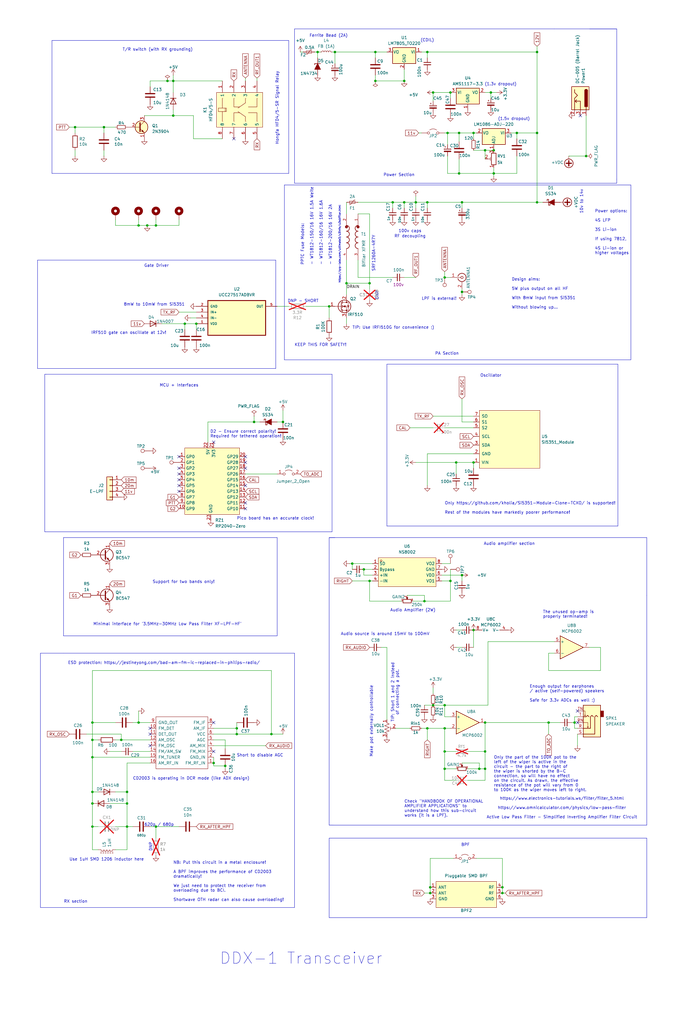
<source format=kicad_sch>
(kicad_sch (version 20240417) (generator "eeschema") (generator_version "8.99")
  (paper "User" 299.999 450.012)
  (title_block (title "DDX-1 Digital Transceiver") (date "2024-05-17") (rev "Revision 2.01") (company "Author: Dhiru Kholia (VU3CER)") (comment 1 "With dual-path audio!"))
  (text "(1.5v dropout)" (at 226.06 52.324 0) (effects (font (size 1.27 1.27))))
  (text "PPTC Fuse Models:\n\n- WT1812-150/16 16V 1.5A Weite\n\n- WT1812-160/16 16V 1.6A\n\n- WT1812-200/16 16V 2A" (at 146.05 116.586 90) (effects (font (size 1.27 1.27)) (justify left bottom)))
  (text "T/R switch (with RX grounding)" (at 53.848 22.606 0) (effects (font (size 1.27 1.27)) (justify left bottom)))
  (text "(1.3v dropout)" (at 220.218 37.084 0) (effects (font (size 1.27 1.27))))
  (text "8mW to 10mW from Si5351" (at 81.28 134.62 0) (effects (font (size 1.27 1.27)) (justify right bottom)))
  (text "Power options:\n\n4S LFP\n\n3S Li-ion\n\nIf using 7812,\n\n4S Li-ion or \nhigher voltages\n" (at 261.62 112.014 0) (effects (font (size 1.27 1.27)) (justify left bottom)))
  (text "(CDIL)" (at 187.96 17.78 0) (effects (font (size 1.27 1.27))))
  (text "Audio amplifier section" (at 224.028 239.014 0) (effects (font (size 1.27 1.27))))
  (text "Oscillator" (at 215.9 165.1 0) (effects (font (size 1.27 1.27))))
  (text "ESD protection: https://jestineyong.com/bad-am-fm-ic-replaced-in-philips-radio/" (at 114.3 292.1 0) (effects (font (size 1.27 1.27)) (justify right bottom)))
  (text "Minimal interface for '3.5MHz-30MHz Low Pass Filter XF-LPF-HF'" (at 73.66 274.32 0) (effects (font (size 1.27 1.27))))
  (text "Use 1uH SMD 1206 inductor here" (at 30.48 378.46 0) (effects (font (size 1.27 1.27)) (justify left bottom)))
  (text "Pico board has an accurate clock!" (at 104.14 228.6 0) (effects (font (size 1.27 1.27)) (justify left bottom)))
  (text "KEEP THIS FOR SAFETY!" (at 129.54 152.4 0) (effects (font (size 1.27 1.27)) (justify left bottom)))
  (text "CD2003 is operating in DCR mode (like ADX design)" (at 58.42 342.9 0) (effects (font (size 1.27 1.27)) (justify left bottom)))
  (text "Enough output for earphones \n/ active (self-powered) speakers\n\nSafe for 3.3v ADCs as well ;)" (at 232.918 308.61 0) (effects (font (size 1.27 1.27)) (justify left bottom)))
  (text "DNP" (at 67.056 374.142 90) (effects (font (size 1.27 1.27)) (justify left bottom)))
  (text "Audio source is around 15mV to 100mV" (at 149.86 279.4 0) (effects (font (size 1.27 1.27)) (justify left bottom)))
  (text "Power Section" (at 175.514 76.962 0) (effects (font (size 1.27 1.27))))
  (text "DNP" (at 166.624 131.826 90) (effects (font (size 1.27 1.27)) (justify left bottom)))
  (text "BPF" (at 204.724 371.348 0) (effects (font (size 1.27 1.27))))
  (text "Hongfa HFD4/5-SR Signal Relay" (at 121.92 47.498 90) (effects (font (size 1.27 1.27))))
  (text "D2 - Ensure correct polarity! \nRequired for tethered operation!" (at 92.456 192.532 0) (effects (font (size 1.27 1.27)) (justify left bottom)))
  (text "DDX-1 Transceiver" (at 96.52 424.18 0) (effects (font (size 5 5)) (justify left bottom)))
  (text "LPF is external!" (at 185.42 132.08 0) (effects (font (size 1.27 1.27)) (justify left bottom)))
  (text "Design aims:\n\n5W plus output on all HF\n\nWith 8mW input from Si5351\n\nWithout blowing up..." (at 225.044 135.89 0) (effects (font (size 1.27 1.27)) (justify left bottom)))
  (text "Check \"HANDBOOK OF OPERATIONAL\nAMPLIFIER APPLICATIONS\" to \nunderstand how this sub-circuit\nworks (it is a LPF)." (at 177.8 359.156 0) (effects (font (size 1.27 1.27)) (justify left bottom)))
  (text "Support for two bands only!" (at 80.772 255.778 0) (effects (font (size 1.27 1.27))))
  (text "MCU + Interfaces" (at 78.74 169.418 0) (effects (font (size 1.27 1.27))))
  (text "SRF1260A-4R7Y" (at 165.1 119.38 90) (effects (font (size 1.27 1.27)) (justify left bottom)))
  (text "100v caps" (at 180.34 101.6 0) (effects (font (size 1.27 1.27))))
  (text "RF decoupling" (at 180.34 103.886 0) (effects (font (size 1.27 1.27))))
  (text "PA Section" (at 196.596 155.448 0) (effects (font (size 1.27 1.27))))
  (text "https://qrp-labs.com/ultimate3/u3info/u3sbifilar.html" (at 149.86 124.46 90) (effects (font (size 0.8 0.8)) (justify left bottom)))
  (text "Only https://github.com/kholia/Si5351-Module-Clone-TCXO/ is supported!\n\nRest of the modules have markedly poorer performance!" (at 195.58 226.06 0) (effects (font (size 1.27 1.27)) (justify left bottom)))
  (text "10v to 14v" (at 256.54 93.98 90) (effects (font (size 1.27 1.27)) (justify left bottom)))
  (text "NB: Put this circuit in a metal enclosure!\n\nA BPF improves the performance of CD2003\ndramatically!\n\nWe just need to protect the receiver from\noverloading due to BCI.\n\nShortwave OTH radar can also cause overloading!" (at 76.2 396.24 0) (effects (font (size 1.27 1.27)) (justify left bottom)))
  (text "Short to disable AGC" (at 104.14 332.74 0) (effects (font (size 1.27 1.27)) (justify left bottom)))
  (text "Audio Amplifier (2W)" (at 181.61 268.224 0) (effects (font (size 1.27 1.27))))
  (text "620p / 680p" (at 63.5 363.22 0) (effects (font (size 1.27 1.27)) (justify left bottom)))
  (text "https://www.electronics-tutorials.ws/filter/filter_5.html\n\nhttps://www.omnicalculator.com/physics/low-pass-filter\n\nActive Low Pass Filter - Simplified Inverting Amplifier Filter Circuit" (at 247.142 355.092 0) (effects (font (size 1.27 1.27))))
  (text "DNP - SHORT" (at 126.492 133.096 0) (effects (font (size 1.27 1.27)) (justify left bottom)))
  (text "TIP: Short 1 and 2 instead\nof connecting a pot." (at 173.736 304.292 90) (effects (font (size 1.27 1.27))))
  (text "Ferrite Bead (2A)" (at 144.526 15.748 0) (effects (font (size 1.27 1.27))))
  (text "TIP: Use IRFI510G for convenience ;)" (at 154.94 144.78 0) (effects (font (size 1.27 1.27)) (justify left bottom)))
  (text "Make pot externally controllable" (at 164.084 332.74 90) (effects (font (size 1.27 1.27)) (justify left bottom)))
  (text "IRF510 gate can oscillate at 12v!" (at 56.642 146.304 0) (effects (font (size 1.27 1.27))))
  (text "Only the part of the 100K pot to the \nleft of the wiper is active in the \ncircuit - the part to the right of\nthe wiper is shorted by the B-C \nconnection, so will have no effect\non the circuit. As drawn, the effective\nresistance of the pot will vary from 0\nto 100K as the wiper moves left to right." (at 217.17 347.98 0) (effects (font (size 1.27 1.27)) (justify left bottom)))
  (text "Gate Driver" (at 68.834 116.84 0) (effects (font (size 1.27 1.27))))
  (text "The unused op-amp is \nproperly terminated!" (at 238.76 271.78 0) (effects (font (size 1.27 1.27)) (justify left bottom)))
  (text "RX section" (at 33.274 396.24 0) (effects (font (size 1.27 1.27))))
  (junction (at 195.58 337.82))
  (junction (at 217.17 76.2))
  (junction (at 162.56 124.46))
  (junction (at 198.12 255.27))
  (junction (at 236.22 88.9))
  (junction (at 60.96 99.06))
  (junction (at 190.5 40.64))
  (junction (at 177.8 35.56))
  (junction (at 187.96 22.86))
  (junction (at 111.76 185.42))
  (junction (at 60.96 317.5))
  (junction (at 86.36 142.24))
  (junction (at 139.7 22.86))
  (junction (at 213.36 337.82))
  (junction (at 203.2 252.73))
  (junction (at 55.88 363.22))
  (junction (at 213.36 330.2))
  (junction (at 236.22 58.42))
  (junction (at 220.98 389.89))
  (junction (at 40.64 353.06))
  (junction (at 40.64 363.22))
  (junction (at 217.17 66.04))
  (junction (at 45.72 55.88))
  (junction (at 40.64 332.74))
  (junction (at 68.58 99.06))
  (junction (at 195.58 320.04))
  (junction (at 73.66 35.56))
  (junction (at 241.3 317.5))
  (junction (at 198.12 40.64))
  (junction (at 208.28 276.86))
  (junction (at 68.58 363.22))
  (junction (at 55.88 353.06))
  (junction (at 165.1 35.56))
  (junction (at 55.88 347.98))
  (junction (at 195.58 309.88))
  (junction (at 190.5 309.88))
  (junction (at 124.46 185.42))
  (junction (at 177.8 88.9))
  (junction (at 186.69 264.16))
  (junction (at 40.64 347.98))
  (junction (at 162.56 255.27))
  (junction (at 208.28 58.42))
  (junction (at 227.33 58.42))
  (junction (at 252.73 317.5))
  (junction (at 104.14 320.04))
  (junction (at 215.9 40.64))
  (junction (at 172.72 88.9))
  (junction (at 147.32 22.86))
  (junction (at 160.02 250.19))
  (junction (at 40.64 325.12))
  (junction (at 201.93 58.42))
  (junction (at 144.78 134.62))
  (junction (at 196.85 58.42))
  (junction (at 152.4 124.46))
  (junction (at 104.14 322.58))
  (junction (at 53.34 325.12))
  (junction (at 213.36 317.5))
  (junction (at 236.22 22.86))
  (junction (at 208.28 203.2))
  (junction (at 182.88 88.9))
  (junction (at 40.64 317.5))
  (junction (at 195.58 330.2))
  (junction (at 93.98 335.28))
  (junction (at 81.28 142.24))
  (junction (at 203.2 88.9))
  (junction (at 187.96 88.9))
  (junction (at 189.23 392.43))
  (junction (at 64.77 99.06))
  (junction (at 154.94 247.65))
  (junction (at 33.02 55.88))
  (junction (at 187.96 320.04))
  (junction (at 76.2 50.8))
  (junction (at 165.1 22.86))
  (junction (at 200.66 203.2))
  (junction (at 99.06 336.55))
  (junction (at 257.81 68.58))
  (junction (at 213.36 66.04))
  (junction (at 119.38 322.58))
  (junction (at 189.23 389.89))
  (junction (at 201.93 76.2))
  (junction (at 195.58 121.92))
  (junction (at 203.2 128.27))
  (junction (at 220.98 392.43))
  (junction (at 210.82 337.82))
  (junction (at 76.2 35.56))
  (no_connect (at 107.95 203.2))
  (no_connect (at 78.74 208.28))
  (no_connect (at 102.87 60.96))
  (no_connect (at 107.95 220.98))
  (no_connect (at 66.04 320.04))
  (no_connect (at 78.74 200.66))
  (no_connect (at 254 317.5))
  (no_connect (at 93.98 194.31))
  (no_connect (at 93.98 317.5))
  (no_connect (at 107.95 223.52))
  (no_connect (at 66.04 322.58))
  (no_connect (at 107.95 213.36))
  (no_connect (at 107.95 200.66))
  (no_connect (at 107.95 205.74))
  (no_connect (at 255.27 50.8))
  (no_connect (at 78.74 210.82))
  (no_connect (at 66.04 327.66))
  (no_connect (at 93.98 330.2))
  (no_connect (at 78.74 213.36))
  (no_connect (at 254 312.42))
  (no_connect (at 78.74 205.74))
  (no_connect (at 78.74 215.9))
  (wire (pts (xy 71.12 142.24) (xy 81.28 142.24)))
  (wire (pts (xy 40.64 347.98) (xy 40.64 353.06)))
  (wire (pts (xy 189.23 389.89) (xy 189.23 392.43)))
  (wire (pts (xy 64.77 99.06) (xy 68.58 99.06)))
  (wire (pts (xy 162.56 264.16) (xy 176.53 264.16)))
  (polyline (pts (xy 17.145 114.3) (xy 121.285 114.3)))
  (wire (pts (xy 208.28 66.04) (xy 213.36 66.04)))
  (wire (pts (xy 66.04 35.56) (xy 66.04 38.1)))
  (wire (pts (xy 93.98 332.74) (xy 93.98 335.28)))
  (wire (pts (xy 187.96 88.9) (xy 187.96 91.44)))
  (wire (pts (xy 40.64 325.12) (xy 40.64 317.5)))
  (wire (pts (xy 144.78 139.7) (xy 144.78 134.62)))
  (wire (pts (xy 252.73 317.5) (xy 252.73 320.04)))
  (polyline (pts (xy 19.685 164.465) (xy 19.685 233.68)))
  (wire (pts (xy 198.12 40.64) (xy 198.12 43.18)))
  (wire (pts (xy 43.18 347.98) (xy 40.64 347.98)))
  (wire (pts (xy 165.1 22.86) (xy 165.1 25.4)))
  (wire (pts (xy 157.48 93.98) (xy 162.56 93.98)))
  (wire (pts (xy 99.06 325.12) (xy 99.06 328.93)))
  (wire (pts (xy 236.22 20.32) (xy 236.22 22.86)))
  (polyline (pts (xy 20.32 164.465) (xy 146.05 164.465)))
  (wire (pts (xy 45.72 55.88) (xy 45.72 58.42)))
  (wire (pts (xy 93.98 335.28) (xy 93.98 336.55)))
  (wire (pts (xy 213.36 66.04) (xy 213.36 69.85)))
  (wire (pts (xy 195.58 121.92) (xy 198.12 121.92)))
  (polyline (pts (xy 243.84 12.7) (xy 271.145 12.7)))
  (wire (pts (xy 40.64 317.5) (xy 40.64 294.64)))
  (polyline (pts (xy 271.272 78.74) (xy 271.272 80.518)))
  (wire (pts (xy 208.28 199.39) (xy 187.96 199.39)))
  (wire (pts (xy 187.96 25.4) (xy 187.96 22.86)))
  (wire (pts (xy 187.96 199.39) (xy 187.96 213.36)))
  (polyline (pts (xy 27.94 236.22) (xy 27.94 279.4)))
  (wire (pts (xy 172.72 88.9) (xy 177.8 88.9)))
  (wire (pts (xy 45.72 55.88) (xy 50.8 55.88)))
  (polyline (pts (xy 284.48 236.22) (xy 284.48 261.62)))
  (wire (pts (xy 203.2 252.73) (xy 203.2 255.27)))
  (wire (pts (xy 157.48 114.3) (xy 157.48 121.92)))
  (wire (pts (xy 99.06 336.55) (xy 99.06 337.82)))
  (wire (pts (xy 259.08 284.48) (xy 264.16 284.48)))
  (wire (pts (xy 195.58 320.04) (xy 198.12 320.04)))
  (wire (pts (xy 160.02 252.73) (xy 160.02 250.19)))
  (wire (pts (xy 139.7 22.86) (xy 140.97 22.86)))
  (wire (pts (xy 91.44 185.42) (xy 111.76 185.42)))
  (wire (pts (xy 177.8 88.9) (xy 177.8 91.44)))
  (wire (pts (xy 154.94 247.65) (xy 163.83 247.65)))
  (wire (pts (xy 195.58 330.2) (xy 195.58 337.82)))
  (wire (pts (xy 198.12 255.27) (xy 198.12 264.16)))
  (wire (pts (xy 154.94 255.27) (xy 162.56 255.27)))
  (wire (pts (xy 213.36 337.82) (xy 213.36 342.9)))
  (wire (pts (xy 257.81 68.58) (xy 250.19 68.58)))
  (wire (pts (xy 198.12 250.19) (xy 198.12 255.27)))
  (wire (pts (xy 91.44 185.42) (xy 91.44 194.31)))
  (wire (pts (xy 40.64 294.64) (xy 119.38 294.64)))
  (wire (pts (xy 86.36 142.24) (xy 86.36 144.78)))
  (polyline (pts (xy 129.54 12.7) (xy 243.84 12.7)))
  (wire (pts (xy 119.38 322.58) (xy 124.46 322.58)))
  (wire (pts (xy 213.36 66.04) (xy 217.17 66.04)))
  (wire (pts (xy 40.64 332.74) (xy 40.64 325.12)))
  (wire (pts (xy 257.81 68.58) (xy 257.81 50.8)))
  (wire (pts (xy 55.88 363.22) (xy 55.88 373.38)))
  (wire (pts (xy 187.96 320.04) (xy 187.96 325.12)))
  (wire (pts (xy 195.58 337.82) (xy 200.66 337.82)))
  (wire (pts (xy 208.28 58.42) (xy 209.55 58.42)))
  (wire (pts (xy 132.08 22.86) (xy 133.35 22.86)))
  (polyline (pts (xy 271.272 12.7) (xy 259.334 12.7)))
  (wire (pts (xy 201.93 69.85) (xy 201.93 76.2)))
  (wire (pts (xy 83.82 139.7) (xy 86.36 139.7)))
  (polyline (pts (xy 129.54 12.7) (xy 129.54 78.74)))
  (wire (pts (xy 254 322.58) (xy 254 327.66)))
  (wire (pts (xy 33.02 58.42) (xy 33.02 55.88)))
  (polyline (pts (xy 271.78 160.02) (xy 271.78 231.14)))
  (wire (pts (xy 45.72 66.04) (xy 45.72 68.58)))
  (wire (pts (xy 200.66 330.2) (xy 195.58 330.2)))
  (wire (pts (xy 182.88 203.2) (xy 200.66 203.2)))
  (wire (pts (xy 85.09 50.8) (xy 85.09 60.96)))
  (wire (pts (xy 236.22 88.9) (xy 238.76 88.9)))
  (wire (pts (xy 76.2 33.02) (xy 76.2 35.56)))
  (polyline (pts (xy 144.78 236.22) (xy 284.48 236.22)))
  (wire (pts (xy 152.4 93.98) (xy 152.4 88.9)))
  (wire (pts (xy 195.58 330.2) (xy 195.58 320.04)))
  (wire (pts (xy 220.98 389.89) (xy 220.98 392.43)))
  (wire (pts (xy 213.36 40.64) (xy 215.9 40.64)))
  (wire (pts (xy 157.48 88.9) (xy 172.72 88.9)))
  (wire (pts (xy 104.14 320.04) (xy 104.14 322.58)))
  (wire (pts (xy 119.38 294.64) (xy 119.38 322.58)))
  (wire (pts (xy 73.66 35.56) (xy 66.04 35.56)))
  (wire (pts (xy 81.28 144.78) (xy 81.28 142.24)))
  (wire (pts (xy 203.2 284.48) (xy 200.66 284.48)))
  (wire (pts (xy 68.58 363.22) (xy 78.74 363.22)))
  (wire (pts (xy 208.28 58.42) (xy 208.28 60.96)))
  (wire (pts (xy 215.9 40.64) (xy 215.9 43.18)))
  (wire (pts (xy 252.73 314.96) (xy 252.73 317.5)))
  (wire (pts (xy 60.96 317.5) (xy 60.96 312.42)))
  (wire (pts (xy 157.48 121.92) (xy 172.72 121.92)))
  (polyline (pts (xy 27.94 236.22) (xy 121.92 236.22)))
  (wire (pts (xy 154.94 247.65) (xy 154.94 250.19)))
  (wire (pts (xy 55.88 335.28) (xy 66.04 335.28)))
  (wire (pts (xy 254 314.96) (xy 252.73 314.96)))
  (wire (pts (xy 68.58 99.06) (xy 78.74 99.06)))
  (wire (pts (xy 121.92 185.42) (xy 124.46 185.42)))
  (polyline (pts (xy 121.92 279.4) (xy 27.94 279.4)))
  (wire (pts (xy 162.56 93.98) (xy 162.56 124.46)))
  (wire (pts (xy 215.9 40.64) (xy 218.44 40.64)))
  (wire (pts (xy 152.4 124.46) (xy 152.4 129.54)))
  (wire (pts (xy 58.42 330.2) (xy 66.04 330.2)))
  (polyline (pts (xy 129.54 287.02) (xy 129.54 398.78)))
  (wire (pts (xy 50.8 99.06) (xy 60.96 99.06)))
  (wire (pts (xy 185.42 320.04) (xy 187.96 320.04)))
  (wire (pts (xy 104.14 322.58) (xy 119.38 322.58)))
  (wire (pts (xy 165.1 35.56) (xy 177.8 35.56)))
  (wire (pts (xy 48.26 353.06) (xy 55.88 353.06)))
  (polyline (pts (xy 170.18 160.02) (xy 271.78 160.02)))
  (wire (pts (xy 76.2 35.56) (xy 97.79 35.56)))
  (wire (pts (xy 214.63 281.94) (xy 243.84 281.94)))
  (wire (pts (xy 205.74 330.2) (xy 213.36 330.2)))
  (wire (pts (xy 264.16 284.48) (xy 264.16 294.64)))
  (polyline (pts (xy 17.78 398.78) (xy 17.78 287.02)))
  (wire (pts (xy 203.2 185.42) (xy 208.28 185.42)))
  (polyline (pts (xy 16.51 114.3) (xy 17.145 114.3)))
  (wire (pts (xy 196.85 58.42) (xy 196.85 63.5)))
  (polyline (pts (xy 170.18 160.02) (xy 170.18 231.14)))
  (wire (pts (xy 50.8 363.22) (xy 55.88 363.22)))
  (wire (pts (xy 195.58 309.88) (xy 214.63 309.88)))
  (wire (pts (xy 152.4 142.24) (xy 152.4 139.7)))
  (polyline (pts (xy 125.095 81.28) (xy 125.095 158.115)))
  (wire (pts (xy 113.03 34.29) (xy 113.03 35.56)))
  (wire (pts (xy 172.72 88.9) (xy 172.72 91.44)))
  (wire (pts (xy 170.18 284.48) (xy 170.18 316.23)))
  (wire (pts (xy 107.95 208.28) (xy 121.92 208.28)))
  (wire (pts (xy 194.31 252.73) (xy 203.2 252.73)))
  (wire (pts (xy 201.93 76.2) (xy 217.17 76.2)))
  (wire (pts (xy 243.84 287.02) (xy 241.3 287.02)))
  (wire (pts (xy 200.66 203.2) (xy 200.66 208.28)))
  (wire (pts (xy 195.58 309.88) (xy 195.58 314.96)))
  (polyline (pts (xy 127 76.2) (xy 22.86 76.2)))
  (wire (pts (xy 208.28 203.2) (xy 208.28 205.74)))
  (wire (pts (xy 50.8 347.98) (xy 55.88 347.98)))
  (wire (pts (xy 224.79 58.42) (xy 227.33 58.42)))
  (wire (pts (xy 40.64 317.5) (xy 50.8 317.5)))
  (wire (pts (xy 203.2 88.9) (xy 236.22 88.9)))
  (wire (pts (xy 190.5 187.96) (xy 180.34 187.96)))
  (polyline (pts (xy 146.05 164.465) (xy 146.05 233.68)))
  (wire (pts (xy 182.88 88.9) (xy 187.96 88.9)))
  (wire (pts (xy 55.88 363.22) (xy 58.42 363.22)))
  (wire (pts (xy 146.05 22.86) (xy 147.32 22.86)))
  (wire (pts (xy 40.64 363.22) (xy 43.18 363.22)))
  (wire (pts (xy 48.26 330.2) (xy 53.34 330.2)))
  (wire (pts (xy 50.8 325.12) (xy 53.34 325.12)))
  (wire (pts (xy 162.56 255.27) (xy 163.83 255.27)))
  (wire (pts (xy 33.02 55.88) (xy 45.72 55.88)))
  (wire (pts (xy 205.74 337.82) (xy 210.82 337.82)))
  (wire (pts (xy 241.3 317.5) (xy 241.3 322.58)))
  (wire (pts (xy 195.58 119.38) (xy 195.58 121.92)))
  (wire (pts (xy 236.22 58.42) (xy 236.22 22.86)))
  (wire (pts (xy 187.96 88.9) (xy 203.2 88.9)))
  (wire (pts (xy 160.02 250.19) (xy 163.83 250.19)))
  (wire (pts (xy 213.36 330.2) (xy 213.36 337.82)))
  (wire (pts (xy 241.3 287.02) (xy 241.3 294.64)))
  (polyline (pts (xy 22.86 17.78) (xy 127 17.78)))
  (wire (pts (xy 241.3 294.64) (xy 264.16 294.64)))
  (wire (pts (xy 205.74 342.9) (xy 213.36 342.9)))
  (wire (pts (xy 153.67 247.65) (xy 154.94 247.65)))
  (polyline (pts (xy 16.51 161.925) (xy 16.51 114.3)))
  (wire (pts (xy 190.5 182.88) (xy 208.28 182.88)))
  (wire (pts (xy 81.28 142.24) (xy 86.36 142.24)))
  (wire (pts (xy 194.31 247.65) (xy 198.12 247.65)))
  (polyline (pts (xy 284.48 403.225) (xy 144.78 403.225)))
  (polyline (pts (xy 144.78 261.62) (xy 144.78 236.22)))
  (polyline (pts (xy 19.685 164.465) (xy 20.32 164.465)))
  (polyline (pts (xy 144.78 368.3) (xy 284.48 368.3)))
  (wire (pts (xy 93.98 322.58) (xy 104.14 322.58)))
  (polyline (pts (xy 271.272 78.74) (xy 271.272 12.7)))
  (polyline (pts (xy 146.05 233.68) (xy 19.685 233.68)))
  (polyline (pts (xy 144.78 236.22) (xy 147.32 236.22)))
  (wire (pts (xy 138.43 22.86) (xy 139.7 22.86)))
  (wire (pts (xy 179.07 261.62) (xy 186.69 261.62)))
  (wire (pts (xy 50.8 373.38) (xy 55.88 373.38)))
  (polyline (pts (xy 277.495 158.115) (xy 125.095 158.115)))
  (wire (pts (xy 165.1 22.86) (xy 170.18 22.86)))
  (wire (pts (xy 190.5 309.88) (xy 195.58 309.88)))
  (wire (pts (xy 165.1 33.02) (xy 165.1 35.56)))
  (wire (pts (xy 186.69 264.16) (xy 198.12 264.16)))
  (wire (pts (xy 254 320.04) (xy 252.73 320.04)))
  (polyline (pts (xy 27.94 287.02) (xy 129.54 287.02)))
  (wire (pts (xy 121.92 134.62) (xy 127 134.62)))
  (wire (pts (xy 78.74 99.06) (xy 78.74 96.52)))
  (wire (pts (xy 152.4 124.46) (xy 162.56 124.46)))
  (wire (pts (xy 134.62 134.62) (xy 144.78 134.62)))
  (wire (pts (xy 66.04 363.22) (xy 68.58 363.22)))
  (wire (pts (xy 196.85 68.58) (xy 196.85 76.2)))
  (wire (pts (xy 177.8 88.9) (xy 182.88 88.9)))
  (wire (pts (xy 111.76 182.88) (xy 111.76 185.42)))
  (wire (pts (xy 186.69 392.43) (xy 189.23 392.43)))
  (polyline (pts (xy 129.54 78.74) (xy 129.54 80.518)))
  (wire (pts (xy 201.93 58.42) (xy 208.28 58.42)))
  (wire (pts (xy 210.82 335.28) (xy 210.82 337.82)))
  (wire (pts (xy 190.5 40.64) (xy 198.12 40.64)))
  (wire (pts (xy 40.64 363.22) (xy 40.64 353.06)))
  (wire (pts (xy 173.99 320.04) (xy 180.34 320.04)))
  (polyline (pts (xy 129.54 398.78) (xy 17.78 398.78)))
  (wire (pts (xy 93.98 320.04) (xy 104.14 320.04)))
  (wire (pts (xy 203.2 175.26) (xy 203.2 185.42)))
  (wire (pts (xy 30.48 55.88) (xy 33.02 55.88)))
  (wire (pts (xy 60.96 96.52) (xy 60.96 99.06)))
  (wire (pts (xy 78.74 137.16) (xy 86.36 137.16)))
  (wire (pts (xy 210.82 337.82) (xy 213.36 337.82)))
  (wire (pts (xy 220.98 377.19) (xy 220.98 389.89)))
  (polyline (pts (xy 144.78 362.585) (xy 284.48 362.585)))
  (wire (pts (xy 203.2 88.9) (xy 203.2 91.44)))
  (polyline (pts (xy 22.86 17.78) (xy 22.86 76.2)))
  (polyline (pts (xy 127 17.78) (xy 127 76.2)))
  (wire (pts (xy 213.36 317.5) (xy 241.3 317.5)))
  (wire (pts (xy 203.2 335.28) (xy 210.82 335.28)))
  (wire (pts (xy 236.22 58.42) (xy 236.22 88.9)))
  (wire (pts (xy 163.83 252.73) (xy 160.02 252.73)))
  (wire (pts (xy 187.96 22.86) (xy 236.22 22.86)))
  (wire (pts (xy 186.69 309.88) (xy 190.5 309.88)))
  (wire (pts (xy 139.7 22.86) (xy 139.7 25.4)))
  (wire (pts (xy 190.5 302.26) (xy 190.5 304.8)))
  (wire (pts (xy 162.56 124.46) (xy 162.56 127)))
  (wire (pts (xy 195.58 314.96) (xy 198.12 314.96)))
  (wire (pts (xy 162.56 255.27) (xy 162.56 264.16)))
  (wire (pts (xy 227.33 58.42) (xy 227.33 60.96)))
  (wire (pts (xy 33.02 66.04) (xy 33.02 68.58)))
  (wire (pts (xy 76.2 35.56) (xy 76.2 40.64)))
  (wire (pts (xy 220.98 392.43) (xy 222.25 392.43)))
  (wire (pts (xy 186.69 261.62) (xy 186.69 264.16)))
  (wire (pts (xy 107.95 34.29) (xy 107.95 35.56)))
  (polyline (pts (xy 284.48 362.585) (xy 284.48 261.62)))
  (polyline (pts (xy 125.095 81.28) (xy 277.495 81.28)))
  (wire (pts (xy 43.18 325.12) (xy 40.64 325.12)))
  (wire (pts (xy 43.18 373.38) (xy 40.64 373.38)))
  (wire (pts (xy 203.2 128.27) (xy 203.2 129.54)))
  (polyline (pts (xy 271.78 231.14) (xy 170.18 231.14)))
  (wire (pts (xy 241.3 317.5) (xy 246.38 317.5)))
  (wire (pts (xy 181.61 264.16) (xy 186.69 264.16)))
  (wire (pts (xy 68.58 96.52) (xy 68.58 99.06)))
  (wire (pts (xy 147.32 22.86) (xy 165.1 22.86)))
  (wire (pts (xy 111.76 185.42) (xy 114.3 185.42)))
  (wire (pts (xy 213.36 317.5) (xy 213.36 330.2)))
  (wire (pts (xy 104.14 317.5) (xy 104.14 320.04)))
  (polyline (pts (xy 277.495 81.28) (xy 277.495 158.115)))
  (wire (pts (xy 208.28 187.96) (xy 195.58 187.96)))
  (wire (pts (xy 195.58 342.9) (xy 200.66 342.9)))
  (polyline (pts (xy 144.78 362.585) (xy 146.685 362.585)))
  (wire (pts (xy 208.28 276.86) (xy 208.28 284.48)))
  (wire (pts (xy 53.34 325.12) (xy 66.04 325.12)))
  (wire (pts (xy 227.33 58.42) (xy 236.22 58.42)))
  (wire (pts (xy 85.09 60.96) (xy 97.79 60.96)))
  (wire (pts (xy 189.23 377.19) (xy 189.23 389.89)))
  (wire (pts (xy 203.2 276.86) (xy 200.66 276.86)))
  (wire (pts (xy 40.64 332.74) (xy 40.64 347.98)))
  (wire (pts (xy 203.2 127) (xy 203.2 128.27)))
  (polyline (pts (xy 121.285 161.925) (xy 16.51 161.925)))
  (wire (pts (xy 76.2 50.8) (xy 76.2 48.26)))
  (wire (pts (xy 196.85 58.42) (xy 201.93 58.42)))
  (wire (pts (xy 190.5 40.64) (xy 190.5 44.45)))
  (wire (pts (xy 55.88 353.06) (xy 55.88 347.98)))
  (polyline (pts (xy 121.285 114.3) (xy 121.285 161.925)))
  (wire (pts (xy 194.31 255.27) (xy 198.12 255.27)))
  (wire (pts (xy 55.88 363.22) (xy 55.88 353.06)))
  (wire (pts (xy 214.63 309.88) (xy 214.63 281.94)))
  (wire (pts (xy 76.2 50.8) (xy 85.09 50.8)))
  (wire (pts (xy 182.88 88.9) (xy 182.88 91.44)))
  (wire (pts (xy 184.15 58.42) (xy 185.42 58.42)))
  (wire (pts (xy 217.17 76.2) (xy 217.17 77.47)))
  (wire (pts (xy 195.58 58.42) (xy 196.85 58.42)))
  (wire (pts (xy 167.64 284.48) (xy 170.18 284.48)))
  (wire (pts (xy 209.55 377.19) (xy 220.98 377.19)))
  (wire (pts (xy 195.58 337.82) (xy 195.58 342.9)))
  (polyline (pts (xy 129.54 80.518) (xy 271.272 80.518)))
  (wire (pts (xy 40.64 363.22) (xy 40.64 373.38)))
  (wire (pts (xy 93.98 325.12) (xy 99.06 325.12)))
  (wire (pts (xy 40.64 332.74) (xy 66.04 332.74)))
  (wire (pts (xy 196.85 76.2) (xy 201.93 76.2)))
  (wire (pts (xy 63.5 50.8) (xy 76.2 50.8)))
  (polyline (pts (xy 284.48 368.3) (xy 284.48 403.225)))
  (wire (pts (xy 182.88 86.36) (xy 182.88 88.9)))
  (wire (pts (xy 189.23 377.19) (xy 199.39 377.19)))
  (wire (pts (xy 217.17 73.66) (xy 217.17 76.2)))
  (wire (pts (xy 152.4 114.3) (xy 152.4 124.46)))
  (wire (pts (xy 177.8 121.92) (xy 182.88 121.92)))
  (wire (pts (xy 53.34 322.58) (xy 53.34 325.12)))
  (polyline (pts (xy 144.78 368.3) (xy 144.78 403.225)))
  (wire (pts (xy 201.93 58.42) (xy 201.93 62.23)))
  (polyline (pts (xy 144.78 261.62) (xy 144.78 362.585)))
  (wire (pts (xy 200.66 203.2) (xy 208.28 203.2)))
  (wire (pts (xy 177.8 30.48) (xy 177.8 35.56)))
  (wire (pts (xy 187.96 320.04) (xy 195.58 320.04)))
  (wire (pts (xy 93.98 327.66) (xy 116.84 327.66)))
  (wire (pts (xy 124.46 180.34) (xy 124.46 185.42)))
  (wire (pts (xy 55.88 335.28) (xy 55.88 347.98)))
  (wire (pts (xy 50.8 96.52) (xy 50.8 99.06)))
  (wire (pts (xy 76.2 35.56) (xy 73.66 35.56)))
  (wire (pts (xy 68.58 368.3) (xy 68.58 363.22)))
  (wire (pts (xy 38.1 322.58) (xy 53.34 322.58)))
  (wire (pts (xy 227.33 68.58) (xy 227.33 76.2)))
  (wire (pts (xy 147.32 22.86) (xy 147.32 27.94)))
  (polyline (pts (xy 17.78 287.02) (xy 27.94 287.02)))
  (wire (pts (xy 60.96 99.06) (xy 64.77 99.06)))
  (wire (pts (xy 227.33 76.2) (xy 217.17 76.2)))
  (wire (pts (xy 93.98 336.55) (xy 99.06 336.55)))
  (wire (pts (xy 185.42 22.86) (xy 187.96 22.86)))
  (polyline (pts (xy 121.92 236.22) (xy 121.92 279.4)))
  (wire (pts (xy 58.42 317.5) (xy 60.96 317.5)))
  (wire (pts (xy 251.46 317.5) (xy 252.73 317.5)))
  (wire (pts (xy 66.04 317.5) (xy 60.96 317.5)))
  (label "DRAIN" (at 152.4 127 0))
  (global_label "CAL" (shape input) (at 107.95 210.82 0) (property "Intersheetrefs" "${INTERSHEET_REFS}" (effects (hide yes))))
  (global_label "TX_RF" (shape input) (at 78.74 137.16 180) (property "Intersheetrefs" "${INTERSHEET_REFS}" (effects (hide yes))))
  (global_label "G2" (shape input) (at 78.74 223.52 180) (property "Intersheetrefs" "${INTERSHEET_REFS}" (effects (hide yes))))
  (global_label "20m" (shape input) (at 53.34 213.36 0) (property "Intersheetrefs" "${INTERSHEET_REFS}" (effects (hide yes))))
  (global_label "SDA" (shape input) (at 107.95 218.44 0) (property "Intersheetrefs" "${INTERSHEET_REFS}" (effects (hide yes))))
  (global_label "TX_RF" (shape input) (at 190.5 182.88 180) (property "Intersheetrefs" "${INTERSHEET_REFS}" (effects (hide yes))))
  (global_label "RIGHT" (shape input) (at 187.96 325.12 270) (property "Intersheetrefs" "${INTERSHEET_REFS}" (effects (hide yes))))
  (global_label "CAL" (shape input) (at 180.34 187.96 180) (property "Intersheetrefs" "${INTERSHEET_REFS}" (effects (hide yes))))
  (global_label "RX" (shape input) (at 102.87 35.56 90) (property "Intersheetrefs" "${INTERSHEET_REFS}" (effects (hide yes))))
  (global_label "11v" (shape input) (at 63.5 142.24 180) (property "Intersheetrefs" "${INTERSHEET_REFS}" (effects (hide yes))))
  (global_label "10m" (shape input) (at 48.26 238.76 0) (property "Intersheetrefs" "${INTERSHEET_REFS}" (effects (hide yes))))
  (global_label "RX" (shape input) (at 113.03 60.96 270) (property "Intersheetrefs" "${INTERSHEET_REFS}" (effects (hide yes))))
  (global_label "RF_OUT1" (shape input) (at 113.03 34.29 90) (property "Intersheetrefs" "${INTERSHEET_REFS}" (effects (hide yes))))
  (global_label "RX_OSC" (shape input) (at 30.48 322.58 180) (property "Intersheetrefs" "${INTERSHEET_REFS}" (effects (hide yes))))
  (global_label "G1" (shape input) (at 35.56 261.62 180) (property "Intersheetrefs" "${INTERSHEET_REFS}" (effects (hide yes))))
  (global_label "RX_AUDIO" (shape input) (at 116.84 327.66 0) (property "Intersheetrefs" "${INTERSHEET_REFS}" (effects (hide yes))))
  (global_label "G2" (shape input) (at 35.56 243.84 180) (property "Intersheetrefs" "${INTERSHEET_REFS}" (effects (hide yes))))
  (global_label "TO_ADC" (shape input) (at 241.3 322.58 270) (property "Intersheetrefs" "${INTERSHEET_REFS}" (effects (hide yes))))
  (global_label "SCL" (shape input) (at 208.28 191.77 180) (property "Intersheetrefs" "${INTERSHEET_REFS}" (effects (hide yes))))
  (global_label "SDA" (shape input) (at 208.28 195.58 180) (property "Intersheetrefs" "${INTERSHEET_REFS}" (effects (hide yes))))
  (global_label "RX_AFTER_HPF" (shape input) (at 222.25 392.43 0) (property "Intersheetrefs" "${INTERSHEET_REFS}" (effects (hide yes))))
  (global_label "RX" (shape input) (at 186.69 392.43 180) (property "Intersheetrefs" "${INTERSHEET_REFS}" (effects (hide yes))))
  (global_label "SCL" (shape input) (at 107.95 215.9 0) (property "Intersheetrefs" "${INTERSHEET_REFS}" (effects (hide yes))))
  (global_label "RX_AFTER_HPF" (shape input) (at 86.36 363.22 0) (property "Intersheetrefs" "${INTERSHEET_REFS}" (effects (hide yes))))
  (global_label "RX_AUDIO" (shape input) (at 162.56 284.48 180) (property "Intersheetrefs" "${INTERSHEET_REFS}" (effects (hide yes))))
  (global_label "PTT" (shape input) (at 78.74 220.98 180) (property "Intersheetrefs" "${INTERSHEET_REFS}" (effects (hide yes))))
  (global_label "12V" (shape input) (at 236.22 20.32 90) (property "Intersheetrefs" "${INTERSHEET_REFS}" (effects (hide yes))))
  (global_label "PTT" (shape input) (at 30.48 55.88 180) (property "Intersheetrefs" "${INTERSHEET_REFS}" (effects (hide yes))))
  (global_label "ANTENNA" (shape input) (at 195.58 119.38 90) (property "Intersheetrefs" "${INTERSHEET_REFS}" (effects (hide yes))))
  (global_label "10m" (shape input) (at 53.34 210.82 0) (property "Intersheetrefs" "${INTERSHEET_REFS}" (effects (hide yes))))
  (global_label "RF_OUT1" (shape input) (at 182.88 121.92 90) (property "Intersheetrefs" "${INTERSHEET_REFS}" (effects (hide yes))))
  (global_label "ANTENNA" (shape input) (at 107.95 34.29 90) (property "Intersheetrefs" "${INTERSHEET_REFS}" (effects (hide yes))))
  (global_label "11v" (shape input) (at 184.15 58.42 180) (property "Intersheetrefs" "${INTERSHEET_REFS}" (effects (hide yes))))
  (global_label "RIGHT" (shape input) (at 154.94 255.27 180) (property "Intersheetrefs" "${INTERSHEET_REFS}" (effects (hide yes))))
  (global_label "20m" (shape input) (at 48.26 256.54 0) (property "Intersheetrefs" "${INTERSHEET_REFS}" (effects (hide yes))))
  (global_label "TO_ADC" (shape input) (at 132.08 208.28 0) (property "Intersheetrefs" "${INTERSHEET_REFS}" (effects (hide yes))))
  (global_label "G1" (shape input) (at 78.74 218.44 180) (property "Intersheetrefs" "${INTERSHEET_REFS}" (effects (hide yes))))
  (global_label "11v" (shape input) (at 53.34 215.9 0) (property "Intersheetrefs" "${INTERSHEET_REFS}" (effects (hide yes))))
  (global_label "RX_OSC" (shape input) (at 203.2 175.26 90) (property "Intersheetrefs" "${INTERSHEET_REFS}" (effects (hide yes))))
  (symbol (lib_id "Device:C_Polarized_Small") (at 203.2 93.98 0) (unit 1)
    (property "Reference" "C5" (at 200.152 90.678 0) (effects (justify left)))
    (property "Value" "330u" (at 205.74 96.52 90) (effects (justify left)))
    (property "Footprint" "Capacitor_THT:CP_Radial_D8.0mm_P5.00mm" (effects (hide yes)))
    (property "Source" "LCSC" (effects (hide yes)))
  )
  (symbol (lib_id "Device:C_Small") (at 175.26 121.92 270) (unit 1)
    (property "Reference" "C7" (at 171.196 123.444 90))
    (property "Value" "100n" (at 175.387 118.618 90))
    (property "Footprint" "Capacitor_SMD:C_1206_3216Metric_Pad1.33x1.80mm_HandSolder" (effects (hide yes)))
    (property "Source" "LCSC" (effects (hide yes)))
    (property "Voltage" "100v" (at 175.26 125.095 90))
  )
  (symbol (lib_id "power:+VDC") (at 250.19 68.58 0) (mirror x) (unit 1)
    (property "Reference" "#PWR0110" (effects (hide yes)))
    (property "Value" "+VDC" (at 242.443 71.374 0) (effects (justify left)))
    (property "Description" "Power symbol creates a global label with name \"+VDC\"" (effects (hide yes)))
  )
  (symbol (lib_id "power:PWR_FLAG") (at 257.81 68.58 270) (mirror x) (unit 1)
    (property "Reference" "#FLG0103" (effects (hide yes)))
    (property "Value" "PWR_FLAG" (at 262.2042 68.58 0))
    (property "Description" "Special symbol for telling ERC where power comes from" (effects (hide yes)))
  )
  (symbol (lib_id "Device:C_Small") (at 177.8 93.98 0) (unit 1)
    (property "Reference" "C6" (at 175.768 90.932 90))
    (property "Value" "10n" (at 175.768 96.52 90) (effects (font (size 0.9906 0.9906))))
    (property "Footprint" "Capacitor_SMD:C_1206_3216Metric_Pad1.33x1.80mm_HandSolder" (effects (hide yes)))
    (property "Source" "LCSC" (effects (hide yes)))
  )
  (symbol (lib_id "Device:C") (at 208.28 209.55 180) (unit 1)
    (property "Reference" "C12" (at 207.772 212.598 0) (effects (justify left)))
    (property "Value" "10u" (at 208.026 207.01 0) (effects (justify left)))
    (property "Footprint" "Capacitor_SMD:C_1206_3216Metric_Pad1.33x1.80mm_HandSolder" (effects (hide yes)))
    (property "Source" "LCSC" (effects (hide yes)))
  )
  (symbol (lib_id "power:GND") (at 33.02 68.58 0) (unit 1)
    (property "Reference" "#PWR018" (effects (hide yes)))
    (property "Value" "GND" (effects (hide yes)))
    (property "Description" "Power symbol creates a global label with name \"GND\" , ground" (effects (hide yes)))
  )
  (symbol (lib_id "power:PWR_FLAG") (at 182.88 86.36 0) (unit 1)
    (property "Reference" "#FLG01" (effects (hide yes)))
    (property "Value" "PWR_FLAG" (effects (hide yes)))
    (property "Description" "Special symbol for telling ERC where power comes from" (effects (hide yes)))
  )
  (symbol (lib_id "Device:C_Small") (at 248.92 317.5 90) (unit 1)
    (property "Reference" "C43" (at 248.9708 314.3504 90))
    (property "Value" "10u" (at 249.047 320.294 90))
    (property "Footprint" "Capacitor_SMD:C_1206_3216Metric_Pad1.33x1.80mm_HandSolder" (effects (hide yes)))
    (property "Source" "LCSC" (effects (hide yes)))
  )
  (symbol (lib_id "Mechanical:MountingHole_Pad") (at 50.8 93.98 0) (unit 1)
    (property "Reference" "H1" (effects (hide yes)))
    (property "Value" "MountingHole_Pad" (effects (hide yes)))
    (property "Footprint" "MountingHole:MountingHole_3.2mm_M3_Pad_Via" (effects (hide yes)))
    (property "Source" "NA" (effects (hide yes)))
  )
  (symbol (lib_id "Device:C") (at 201.93 66.04 0) (unit 1)
    (property "Reference" "C30" (at 197.866 64.008 0) (effects (justify left)))
    (property "Value" "100n" (at 201.93 68.326 0) (effects (justify left)))
    (property "Footprint" "Capacitor_SMD:C_1206_3216Metric_Pad1.33x1.80mm_HandSolder" (effects (hide yes)))
    (property "Source" "LCSC" (effects (hide yes)))
  )
  (symbol (lib_id "Device:R_Small") (at 190.5 312.42 0) (unit 1)
    (property "Reference" "R11" (at 194.056 312.674 90))
    (property "Value" "10k" (at 192.2526 312.4708 90))
    (property "Footprint" "Resistor_SMD:R_1206_3216Metric_Pad1.30x1.75mm_HandSolder" (effects (hide yes)))
    (property "Source" "LCSC" (effects (hide yes)))
  )
  (symbol (lib_id "Device:C") (at 81.28 148.59 0) (unit 1)
    (property "Reference" "C23" (at 76.835 145.415 0) (effects (justify left)))
    (property "Value" "10u" (at 74.93 151.765 0) (effects (justify left)))
    (property "Footprint" "Capacitor_SMD:C_1206_3216Metric_Pad1.33x1.80mm_HandSolder" (effects (hide yes)))
    (property "Source" "LCSC" (effects (hide yes)))
  )
  (symbol (lib_id "power:+VDC") (at 246.38 88.9 270) (unit 1)
    (property "Reference" "#PWR014" (effects (hide yes)))
    (property "Value" "+VDC" (at 253.365 88.9 0))
    (property "Description" "Power symbol creates a global label with name \"+VDC\"" (effects (hide yes)))
  )
  (symbol (lib_id "power:GND") (at 83.82 139.7 270) (unit 1)
    (property "Reference" "#PWR04" (effects (hide yes)))
    (property "Value" "GND" (effects (hide yes)))
    (property "Description" "Power symbol creates a global label with name \"GND\" , ground" (effects (hide yes)))
  )
  (symbol (lib_id "Device:C_Polarized_Small") (at 147.32 30.48 0) (unit 1)
    (property "Reference" "C44" (at 142.875 27.305 0) (effects (justify left)))
    (property "Value" "100u" (at 149.86 33.02 90) (effects (justify left)))
    (property "Footprint" "Capacitor_THT:CP_Radial_D5.0mm_P2.50mm" (effects (hide yes)))
    (property "Source" "LCSC" (effects (hide yes)))
  )
  (symbol (lib_id "power:GND") (at 63.5 60.96 0) (unit 1)
    (property "Reference" "#PWR023" (effects (hide yes)))
    (property "Value" "GND" (effects (hide yes)))
    (property "Description" "Power symbol creates a global label with name \"GND\" , ground" (effects (hide yes)))
  )
  (symbol (lib_id "power:GND") (at 189.23 394.97 0) (unit 1)
    (property "Reference" "#PWR012" (effects (hide yes)))
    (property "Value" "GND" (effects (hide yes)))
  )
  (symbol (lib_id "Device:R") (at 68.58 372.11 0) (unit 1) (dnp yes)
    (property "Reference" "R7" (at 70.358 370.9416 0) (effects (justify left)))
    (property "Value" "1k" (at 70.358 373.253 0) (effects (justify left)))
    (property "Footprint" "Resistor_SMD:R_1206_3216Metric_Pad1.30x1.75mm_HandSolder" (effects (hide yes)))
    (property "Source" "LCSC" (effects (hide yes)))
  )
  (symbol (lib_id "Device:C") (at 66.04 41.91 0) (unit 1)
    (property "Reference" "C13" (at 67.31 39.37 0) (effects (justify left)))
    (property "Value" "10u" (at 67.31 45.085 0) (effects (justify left)))
    (property "Footprint" "Capacitor_SMD:C_1206_3216Metric_Pad1.33x1.80mm_HandSolder" (effects (hide yes)))
    (property "Source" "LCSC" (effects (hide yes)))
  )
  (symbol (lib_id "power:GND") (at 66.04 198.12 90) (unit 1)
    (property "Reference" "#PWR020" (effects (hide yes)))
    (property "Value" "GND" (effects (hide yes)))
    (property "Description" "Power symbol creates a global label with name \"GND\" , ground" (effects (hide yes)))
  )
  (symbol (lib_id "Regulator_Linear:LM7805_TO220") (at 177.8 22.86 0) (mirror y) (unit 1)
    (property "Reference" "U1" (at 177.8 16.51 0))
    (property "Value" "LM7805_TO220" (at 177.8 19.05 0))
    (property "Footprint" "footprints:TO-220-3_Horizontal_TabDown" (effects (hide yes)))
    (property "Datasheet" "https://www.onsemi.cn/PowerSolutions/document/MC7800-D.PDF" (effects (hide yes)))
    (property "Description" "Positive 1A 35V Linear Regulator, Fixed Output 5V, TO-220" (effects (hide yes)))
  )
  (symbol (lib_id "power:GND") (at 45.72 68.58 0) (unit 1)
    (property "Reference" "#PWR022" (effects (hide yes)))
    (property "Value" "GND" (effects (hide yes)))
    (property "Description" "Power symbol creates a global label with name \"GND\" , ground" (effects (hide yes)))
  )
  (symbol (lib_id "power:GND") (at 200.66 284.48 270) (unit 1)
    (property "Reference" "#PWR076" (effects (hide yes)))
    (property "Value" "GND" (effects (hide yes)))
    (property "Description" "Power symbol creates a global label with name \"GND\" , ground" (effects (hide yes)))
  )
  (symbol (lib_id "power:+5V") (at 76.2 33.02 0) (unit 1)
    (property "Reference" "#PWR024" (effects (hide yes)))
    (property "Value" "+5V" (at 76.2 29.464 0))
    (property "Description" "Power symbol creates a global label with name \"+5V\"" (effects (hide yes)))
  )
  (symbol (lib_id "Device:C_Small") (at 186.69 312.42 0) (unit 1)
    (property "Reference" "C39" (at 183.769 313.055 90))
    (property "Value" "100n" (at 182.88 310.134 0))
    (property "Footprint" "Capacitor_SMD:C_1206_3216Metric_Pad1.33x1.80mm_HandSolder" (effects (hide yes)))
    (property "Source" "LCSC" (effects (hide yes)))
  )
  (symbol (lib_id "power:+3.3V") (at 208.28 276.86 0) (unit 1)
    (property "Reference" "#PWR078" (effects (hide yes)))
    (property "Value" "+3.3V" (at 208.28 272.034 0))
    (property "Description" "Power symbol creates a global label with name \"+3.3V\"" (effects (hide yes)))
  )
  (symbol (lib_id "power:GND") (at 170.18 323.85 0) (unit 1)
    (property "Reference" "#PWR071" (effects (hide yes)))
    (property "Value" "GND" (effects (hide yes)))
    (property "Description" "Power symbol creates a global label with name \"GND\" , ground" (effects (hide yes)))
  )
  (symbol (lib_id "power:GND") (at 254 327.66 0) (mirror y) (unit 1)
    (property "Reference" "#PWR081" (effects (hide yes)))
    (property "Value" "GND" (effects (hide yes)))
    (property "Description" "Power symbol creates a global label with name \"GND\" , ground" (effects (hide yes)))
  )
  (symbol (lib_name "D_1") (lib_id "Device:D") (at 46.99 347.98 180) (unit 1)
    (property "Reference" "D9" (at 42.418 346.71 0) (effects (justify right)))
    (property "Value" "1N4148" (at 44.831 345.059 0) (effects (justify right)))
    (property "Footprint" "Diode_THT:D_DO-35_SOD27_P2.54mm_Vertical_KathodeUp" (effects (hide yes)))
    (property "Datasheet" "https://www.vishay.com/docs/81857/1n4148.pdf" (effects (hide yes)))
    (property "Source" "LCSC" (effects (hide yes)))
  )
  (symbol (lib_id "Device:R") (at 144.78 143.51 0) (unit 1)
    (property "Reference" "R1" (at 139.8016 143.51 90))
    (property "Value" "100K" (at 142.113 143.51 90))
    (property "Footprint" "Resistor_SMD:R_1206_3216Metric_Pad1.30x1.75mm_HandSolder" (effects (hide yes)))
    (property "Source" "LCSC" (effects (hide yes)))
  )
  (symbol (lib_id "power:GND") (at 203.2 129.54 0) (mirror y) (unit 1)
    (property "Reference" "#PWR016" (effects (hide yes)))
    (property "Value" "GND" (effects (hide yes)))
    (property "Description" "Power symbol creates a global label with name \"GND\" , ground" (effects (hide yes)))
  )
  (symbol (lib_id "Diode:1N4148") (at 76.2 44.45 270) (unit 1)
    (property "Reference" "D3" (at 78.994 41.656 90) (effects (justify left)))
    (property "Value" "1N4148" (at 73.66 40.64 0) (effects (justify left)))
    (property "Footprint" "Diode_THT:D_DO-35_SOD27_P2.54mm_Vertical_KathodeUp" (effects (hide yes)))
    (property "Datasheet" "https://www.vishay.com/docs/81857/1n4148.pdf" (effects (hide yes)))
    (property "Source" "LCSC" (effects (hide yes)))
  )
  (symbol (lib_id "PCM_Diode_Schottky_AKL:SS34") (at 242.57 88.9 180) (unit 1)
    (property "Reference" "D1" (at 242.2525 82.55 0))
    (property "Value" "SS34" (at 242.2525 85.09 0))
    (property "Footprint" "Diode_SMD:D_SMA_Handsoldering" (effects (hide yes)))
    (property "Datasheet" "https://www.tme.eu/Document/4534c3d1273464918563ce78bdeb2ece/SS34-E3-57T.pdf" (effects (hide yes)))
    (property "Source" "LCSC" (effects (hide yes)))
  )
  (symbol (lib_id "Device:C_Small") (at 200.66 210.82 0) (unit 1)
    (property "Reference" "C25" (at 196.342 208.534 0) (effects (justify left)))
    (property "Value" "100n" (at 193.802 211.582 0) (effects (justify left)))
    (property "Footprint" "Capacitor_SMD:C_1206_3216Metric_Pad1.33x1.80mm_HandSolder" (effects (hide yes)))
    (property "Source" "LCSC" (effects (hide yes)))
  )
  (symbol (lib_id "power:GND") (at 92.71 228.6 0) (unit 1)
    (property "Reference" "#PWR038" (effects (hide yes)))
    (property "Value" "GND" (effects (hide yes)))
    (property "Description" "Power symbol creates a global label with name \"GND\" , ground" (effects (hide yes)))
  )
  (symbol (lib_id "power:PWR_FLAG") (at 111.76 182.88 0) (unit 1)
    (property "Reference" "#FLG05" (effects (hide yes)))
    (property "Value" "PWR_FLAG" (at 109.347 178.4858 0))
    (property "Description" "Special symbol for telling ERC where power comes from" (effects (hide yes)))
  )
  (symbol (lib_id "Device:C") (at 99.06 332.74 0) (unit 1)
    (property "Reference" "C36" (at 101.6 337.82 90))
    (property "Value" " 10u" (at 102.616 333.248 90))
    (property "Footprint" "Capacitor_SMD:C_1206_3216Metric_Pad1.33x1.80mm_HandSolder" (effects (hide yes)))
    (property "Source" "LCSC" (effects (hide yes)))
  )
  (symbol (lib_id "power:GND") (at 139.7 33.02 0) (unit 1)
    (property "Reference" "#PWR046" (effects (hide yes)))
    (property "Value" "GND" (effects (hide yes)))
    (property "Description" "Power symbol creates a global label with name \"GND\" , ground" (effects (hide yes)))
  )
  (symbol (lib_id "Jumper:Jumper_2_Open") (at 127 208.28 0) (unit 1)
    (property "Reference" "JP4" (at 127 205.105 0))
    (property "Value" "Jumper_2_Open" (at 128.905 211.455 0))
    (property "Footprint" "Jumper:SolderJumper-2_P1.3mm_Open_TrianglePad1.0x1.5mm" (effects (hide yes)))
    (property "Source" "NA" (effects (hide yes)))
  )
  (symbol (lib_id "power:GND") (at 203.2 96.52 0) (unit 1)
    (property "Reference" "#PWR0103" (effects (hide yes)))
    (property "Value" "GND" (effects (hide yes)))
    (property "Description" "Power symbol creates a global label with name \"GND\" , ground" (effects (hide yes)))
  )
  (symbol (lib_id "power:GND") (at 107.95 60.96 0) (unit 1)
    (property "Reference" "#PWR025" (effects (hide yes)))
    (property "Value" "GND" (effects (hide yes)))
    (property "Description" "Power symbol creates a global label with name \"GND\" , ground" (effects (hide yes)))
  )
  (symbol (lib_id "power:+3.3V") (at 218.44 40.64 270) (unit 1)
    (property "Reference" "#PWR034" (effects (hide yes)))
    (property "Value" "+3.3V" (at 222.25 41.275 0))
    (property "Description" "Power symbol creates a global label with name \"+3.3V\"" (effects (hide yes)))
  )
  (symbol (lib_id "Device:R_Small") (at 203.2 330.2 270) (unit 1) (dnp yes)
    (property "Reference" "Rf1" (at 203.073 328.041 90))
    (property "Value" "4.7k" (at 203.1492 331.9526 90))
    (property "Footprint" "Resistor_SMD:R_1206_3216Metric_Pad1.30x1.75mm_HandSolder" (effects (hide yes)))
    (property "Source" "LCSC" (effects (hide yes)))
  )
  (symbol (lib_id "Connector_Generic:Conn_01x04") (at 48.26 213.36 0) (mirror y) (unit 1)
    (property "Reference" "J2" (at 45.72 213.36 0) (effects (justify left)))
    (property "Value" "E-LPF" (at 45.72 215.9 0) (effects (justify left)))
    (property "Footprint" "Connector_PinHeader_2.54mm:PinHeader_1x04_P2.54mm_Vertical" (effects (hide yes)))
    (property "Description" "Generic connector, single row, 01x04, script generated (kicad-library-utils/schlib/autogen/connector/)" (effects (hide yes)))
    (property "Source" "NA" (effects (hide yes)))
  )
  (symbol (lib_id "power:GND") (at 66.04 45.72 0) (unit 1)
    (property "Reference" "#PWR010" (effects (hide yes)))
    (property "Value" "GND" (effects (hide yes)))
    (property "Description" "Power symbol creates a global label with name \"GND\" , ground" (effects (hide yes)))
  )
  (symbol (lib_id "power:GND") (at 186.69 314.96 0) (unit 1)
    (property "Reference" "#PWR072" (effects (hide yes)))
    (property "Value" "GND" (effects (hide yes)))
    (property "Description" "Power symbol creates a global label with name \"GND\" , ground" (effects (hide yes)))
  )
  (symbol (lib_id "power:GND") (at 81.28 152.4 0) (unit 1)
    (property "Reference" "#PWR017" (effects (hide yes)))
    (property "Value" "GND" (effects (hide yes)))
    (property "Description" "Power symbol creates a global label with name \"GND\" , ground" (effects (hide yes)))
  )
  (symbol (lib_id "Device:R_Potentiometer_Trim_US") (at 170.18 320.04 0) (unit 1)
    (property "Reference" "VOL1" (at 169.164 318.77 0) (effects (justify right)))
    (property "Value" "10k" (at 169.164 321.31 0) (effects (justify right)))
    (property "Footprint" "Connector_PinHeader_2.54mm:PinHeader_1x03_P2.54mm_Vertical" (effects (hide yes)))
    (property "Source" "NA" (effects (hide yes)))
  )
  (symbol (lib_id "Device:R_Potentiometer_Small") (at 203.2 337.82 90) (unit 1)
    (property "Reference" "GAIN1" (at 199.39 335.915 90))
    (property "Value" "100k" (at 207.518 339.344 90))
    (property "Footprint" "Connector_PinHeader_2.54mm:PinHeader_1x03_P2.54mm_Vertical" (effects (hide yes)))
    (property "Source" "NA" (effects (hide yes)))
  )
  (symbol (lib_id "Device:C_Small") (at 182.88 93.98 0) (unit 1)
    (property "Reference" "C10" (at 180.848 90.932 90))
    (property "Value" "1n" (at 181.61 96.266 90) (effects (font (size 0.9906 0.9906))))
    (property "Footprint" "Capacitor_SMD:C_1206_3216Metric_Pad1.33x1.80mm_HandSolder" (effects (hide yes)))
    (property "Source" "LCSC" (effects (hide yes)))
  )
  (symbol (lib_id "Device:C") (at 86.36 148.59 0) (unit 1)
    (property "Reference" "C16" (at 86.36 144.78 0) (effects (justify left)))
    (property "Value" "100n" (at 87.63 151.765 0) (effects (justify left)))
    (property "Footprint" "Capacitor_SMD:C_1206_3216Metric_Pad1.33x1.80mm_HandSolder" (effects (hide yes)))
    (property "Source" "LCSC" (effects (hide yes)))
  )
  (symbol (lib_id "Device:Polyfuse_Small") (at 154.94 88.9 90) (unit 1)
    (property "Reference" "F1" (at 154.94 91.44 90))
    (property "Value" "2A" (at 154.94 86.36 90))
    (property "Footprint" "Fuse:Fuse_1812_4532Metric_Pad1.30x3.40mm_HandSolder" (effects (hide yes)))
    (property "Source" "LCSC" (effects (hide yes)))
  )
  (symbol (lib_id "power:GND") (at 162.56 132.08 0) (mirror y) (unit 1)
    (property "Reference" "#PWR015" (effects (hide yes)))
    (property "Value" "GND" (effects (hide yes)))
    (property "Description" "Power symbol creates a global label with name \"GND\" , ground" (effects (hide yes)))
  )
  (symbol (lib_id "power:GND") (at 252.73 50.8 270) (mirror x) (unit 1)
    (property "Reference" "#PWR019" (effects (hide yes)))
    (property "Value" "GND" (effects (hide yes)))
    (property "Description" "Power symbol creates a global label with name \"GND\" , ground" (effects (hide yes)))
  )
  (symbol (lib_id "Device:C") (at 124.46 189.23 0) (unit 1)
    (property "Reference" "C21" (at 124.968 186.69 0) (effects (justify left)))
    (property "Value" "100n" (at 124.46 192.405 0) (effects (justify left)))
    (property "Footprint" "Capacitor_SMD:C_1206_3216Metric_Pad1.33x1.80mm_HandSolder" (effects (hide yes)))
    (property "Source" "LCSC" (effects (hide yes)))
  )
  (symbol (lib_id "Connector:Conn_Coaxial") (at 203.2 121.92 0) (unit 1)
    (property "Reference" "ANTENNA1" (at 205.994 121.92 90))
    (property "Value" "SMA" (effects (hide yes)))
    (property "Footprint" "Connector_Coaxial:SMA_Samtec_SMA-J-P-X-ST-EM1_EdgeMount" (effects (hide yes)))
    (property "Datasheet" " ~" (effects (hide yes)))
    (property "Description" "coaxial connector (BNC, SMA, SMB, SMC, Cinch/RCA, LEMO, ...)" (effects (hide yes)))
    (property "Source" "LCSC / https://www.ktron.in/" (effects (hide yes)))
  )
  (symbol (lib_id "power:GND") (at 53.34 218.44 90) (unit 1)
    (property "Reference" "#PWR043" (effects (hide yes)))
    (property "Value" "GND" (effects (hide yes)))
    (property "Description" "Power symbol creates a global label with name \"GND\" , ground" (effects (hide yes)))
  )
  (symbol (lib_id "PCM_Diode_Schottky_AKL:SS34") (at 118.11 185.42 180) (unit 1)
    (property "Reference" "D2" (at 117.7925 179.705 0))
    (property "Value" "SS34" (at 117.7925 182.245 0))
    (property "Footprint" "Diode_SMD:D_SMA_Handsoldering" (effects (hide yes)))
    (property "Datasheet" "https://www.tme.eu/Document/4534c3d1273464918563ce78bdeb2ece/SS34-E3-57T.pdf" (effects (hide yes)))
    (property "Source" "LCSC" (effects (hide yes)))
  )
  (symbol (lib_id "power:+5V") (at 190.5 40.64 90) (unit 1)
    (property "Reference" "#PWR032" (effects (hide yes)))
    (property "Value" "+5V" (at 183.896 41.656 90) (effects (justify left)))
    (property "Description" "Power symbol creates a global label with name \"+5V\"" (effects (hide yes)))
  )
  (symbol (lib_id "pluggable-bpf:Pluggable-BPF") (at 204.47 394.97 0) (unit 1)
    (property "Reference" "BPF2" (at 205.105 400.05 0))
    (property "Value" "Pluggable SMD BPF" (at 205.105 384.81 0))
    (property "Footprint" "footprints:Pluggable-BPF" (effects (hide yes)))
    (property "Source" "JLCPCB(A)" (effects (hide yes)))
  )
  (symbol (lib_id "power:GND") (at 187.96 213.36 0) (unit 1)
    (property "Reference" "#PWR058" (effects (hide yes)))
    (property "Value" "GND" (effects (hide yes)))
    (property "Description" "Power symbol creates a global label with name \"GND\" , ground" (effects (hide yes)))
  )
  (symbol (lib_id "Device:D") (at 44.45 353.06 0) (unit 1)
    (property "Reference" "D8" (at 48.006 354.5586 0))
    (property "Value" "1N4148" (at 50.8254 351.536 0))
    (property "Footprint" "Diode_THT:D_DO-35_SOD27_P2.54mm_Vertical_KathodeUp" (effects (hide yes)))
    (property "Datasheet" "https://www.vishay.com/docs/81857/1n4148.pdf" (effects (hide yes)))
    (property "Source" "LCSC" (effects (hide yes)))
  )
  (symbol (lib_id "Connector:TestPoint") (at 203.2 128.27 270) (unit 1)
    (property "Reference" "TP4" (at 209.296 130.556 90) (effects (justify right)))
    (property "Value" "TestPoint" (effects (hide yes)))
    (property "Footprint" "TestPoint:TestPoint_THTPad_2.5x2.5mm_Drill1.2mm" (effects (hide yes)))
    (property "Description" "test point" (effects (hide yes)))
  )
  (symbol (lib_id "hfd4_5-s:HFD4_5-S") (at 105.41 48.26 0) (mirror x) (unit 1)
    (property "Reference" "K1" (at 90.17 48.26 90))
    (property "Value" "HFD4/5-S" (at 92.71 48.26 90))
    (property "Footprint" "footprints:RELAY-SMD_HFD4-5-SR" (effects (hide yes)))
    (property "Datasheet" "https://lcsc.com/product-detail/Relays_HFD4-5-S_C64399.html" (effects (hide yes)))
    (property "LCSC Part" "C64399" (effects (hide yes)))
  )
  (symbol (lib_id "power:+3.3V") (at 182.88 203.2 90) (unit 1)
    (property "Reference" "#PWR037" (effects (hide yes)))
    (property "Value" "+3.3V" (at 179.07 202.565 0))
    (property "Description" "Power symbol creates a global label with name \"+3.3V\"" (effects (hide yes)))
  )
  (symbol (lib_id "Jumper:Jumper_2_Open") (at 204.47 377.19 0) (unit 1)
    (property "Reference" "JP1" (at 204.47 378.46 0))
    (property "Value" "Jumper_2_Open" (effects (hide yes)))
    (property "Footprint" "Connector_PinHeader_2.54mm:PinHeader_1x02_P2.54mm_Vertical" (effects (hide yes)))
    (property "Source" "NA" (effects (hide yes)))
  )
  (symbol (lib_id "power:GND") (at 190.5 49.53 0) (unit 1)
    (property "Reference" "#PWR035" (effects (hide yes)))
    (property "Value" "GND" (effects (hide yes)))
    (property "Description" "Power symbol creates a global label with name \"GND\" , ground" (effects (hide yes)))
  )
  (symbol (lib_id "Connector:TestPoint") (at 66.04 205.74 90) (unit 1)
    (property "Reference" "TP5" (at 61.976 203.708 90))
    (property "Value" "TestPoint" (effects (hide yes)))
    (property "Footprint" "TestPoint:TestPoint_THTPad_2.5x2.5mm_Drill1.2mm" (effects (hide yes)))
    (property "Description" "test point" (effects (hide yes)))
  )
  (symbol (lib_id "Transistor_BJT:BC547") (at 45.72 261.62 0) (unit 1)
    (property "Reference" "Q4" (at 50.8 260.3499 0) (effects (justify left)))
    (property "Value" "BC547" (at 50.8 262.8899 0) (effects (justify left)))
    (property "Footprint" "Package_TO_SOT_THT:TO-92_HandSolder" (effects (hide yes)))
    (property "Datasheet" "https://www.onsemi.com/pub/Collateral/BC550-D.pdf" (effects (hide yes)))
    (property "Description" "0.1A Ic, 45V Vce, Small Signal NPN Transistor, TO-92" (effects (hide yes)))
  )
  (symbol (lib_id "Amplifier_Operational:MCP6022") (at 251.46 284.48 0) (unit 2)
    (property "Reference" "U8" (at 251.46 274.828 0))
    (property "Value" "MCP6002" (at 251.46 277.368 0))
    (property "Footprint" "Package_DIP:DIP-8_W7.62mm" (effects (hide yes)))
    (property "Datasheet" "https://www.microchip.com/en-us/product/mcp6002" (effects (hide yes)))
    (property "Source" "Mouser / DigiKey / Semikart" (effects (hide yes)))
  )
  (symbol (lib_id "Connector_Audio:AudioJack3_SwitchTR") (at 259.08 320.04 180) (unit 1)
    (property "Reference" "SPK1" (at 266.319 315.5949 0) (effects (justify right)))
    (property "Value" "SPEAKER" (at 266.319 318.1349 0) (effects (justify right)))
    (property "Footprint" "footprints:PJ-307_Modded" (effects (hide yes)))
    (property "Datasheet" "https://cdn.hackaday.io/files/1813827760247488/JW-PJ-307-5_35mm-stereo-pcb-socket.pdf" (effects (hide yes)))
  )
  (symbol (lib_id "Device:C_Small") (at 203.2 342.9 270) (unit 1) (dnp yes)
    (property "Reference" "C40" (at 200.66 344.17 90))
    (property "Value" "10n" (at 200.406 341.884 90))
    (property "Footprint" "Capacitor_SMD:C_1206_3216Metric_Pad1.33x1.80mm_HandSolder" (effects (hide yes)))
    (property "Source" "LCSC" (effects (hide yes)))
  )
  (symbol (lib_id "Device:C_Small") (at 187.96 93.98 0) (unit 1)
    (property "Reference" "C11" (at 185.928 90.932 90))
    (property "Value" "10n" (at 185.928 96.52 90) (effects (font (size 0.9906 0.9906))))
    (property "Footprint" "Capacitor_SMD:C_1206_3216Metric_Pad1.33x1.80mm_HandSolder" (effects (hide yes)))
    (property "Source" "LCSC" (effects (hide yes)))
  )
  (symbol (lib_id "Device:C") (at 46.99 363.22 270) (unit 1) (dnp yes)
    (property "Reference" "CX1" (at 46.99 359.1814 90))
    (property "Value" "  DNP" (at 49.53 364.49 90))
    (property "Footprint" "Capacitor_SMD:C_1206_3216Metric_Pad1.33x1.80mm_HandSolder" (effects (hide yes)))
  )
  (symbol (lib_id "power:GND") (at 68.58 375.92 0) (unit 1)
    (property "Reference" "#PWR050" (effects (hide yes)))
    (property "Value" "GND" (effects (hide yes)))
    (property "Description" "Power symbol creates a global label with name \"GND\" , ground" (effects (hide yes)))
  )
  (symbol (lib_id "power:GND") (at 99.06 337.82 0) (unit 1)
    (property "Reference" "#PWR066" (effects (hide yes)))
    (property "Value" "GND" (effects (hide yes)))
    (property "Description" "Power symbol creates a global label with name \"GND\" , ground" (effects (hide yes)))
  )
  (symbol (lib_id "power:GND") (at 147.32 33.02 0) (unit 1)
    (property "Reference" "#PWR021" (effects (hide yes)))
    (property "Value" "GND" (effects (hide yes)))
    (property "Description" "Power symbol creates a global label with name \"GND\" , ground" (effects (hide yes)))
  )
  (symbol (lib_id "Connector:TestPoint") (at 78.74 203.2 90) (unit 1)
    (property "Reference" "TP1" (at 74.676 201.168 90))
    (property "Value" "TestPoint" (effects (hide yes)))
    (property "Footprint" "TestPoint:TestPoint_THTPad_2.5x2.5mm_Drill1.2mm" (effects (hide yes)))
    (property "Description" "test point" (effects (hide yes)))
  )
  (symbol (lib_id "Transistor_BJT:BC547") (at 45.72 243.84 0) (unit 1)
    (property "Reference" "Q3" (at 50.8 242.5699 0) (effects (justify left)))
    (property "Value" "BC547" (at 50.8 245.1099 0) (effects (justify left)))
    (property "Footprint" "Package_TO_SOT_THT:TO-92_HandSolder" (effects (hide yes)))
    (property "Datasheet" "https://www.onsemi.com/pub/Collateral/BC550-D.pdf" (effects (hide yes)))
    (property "Description" "0.1A Ic, 45V Vce, Small Signal NPN Transistor, TO-92" (effects (hide yes)))
  )
  (symbol (lib_id "power:GND") (at 215.9 48.26 0) (unit 1)
    (property "Reference" "#PWR039" (effects (hide yes)))
    (property "Value" "GND" (effects (hide yes)))
    (property "Description" "Power symbol creates a global label with name \"GND\" , ground" (effects (hide yes)))
  )
  (symbol (lib_id "Device:R") (at 130.81 134.62 90) (unit 1) (dnp yes)
    (property "Reference" "R12" (at 130.81 139.5984 90))
    (property "Value" "3.3R" (at 130.81 137.287 90))
    (property "Footprint" "Resistor_SMD:R_1206_3216Metric_Pad1.30x1.75mm_HandSolder" (effects (hide yes)))
    (property "Source" "LCSC or short (preferred)!" (effects (hide yes)))
  )
  (symbol (lib_id "PCM_Transistor_BJT_AKL:2N3904") (at 60.96 55.88 0) (unit 1)
    (property "Reference" "Q1" (at 66.8782 55.245 0) (effects (justify left)))
    (property "Value" "2N3904" (at 66.8782 57.785 0) (effects (justify left)))
    (property "Footprint" "Package_TO_SOT_THT:TO-92_HandSolder" (effects (hide yes)))
    (property "Datasheet" "https://www.onsemi.com/pdf/datasheet/2n3903-d.pdf" (effects (hide yes)))
    (property "Source" "LCSC" (effects (hide yes)))
  )
  (symbol (lib_id "Device:C_Small") (at 162.56 129.54 0) (unit 1) (dnp yes)
    (property "Reference" "C3" (at 157.988 129.54 0) (effects (justify left)))
    (property "Value" "100p" (at 165.608 132.08 90) (effects (justify left)))
    (property "Footprint" "Capacitor_SMD:C_1206_3216Metric_Pad1.33x1.80mm_HandSolder" (effects (hide yes)))
    (property "Source" "LCSC" (effects (hide yes)))
  )
  (symbol (lib_id "si5351_module_fixed:SI5351_Module_Fixed") (at 223.52 193.04 0) (unit 1)
    (property "Reference" "U5" (at 238.125 191.77 0) (effects (justify left)))
    (property "Value" "SI5351_Module" (at 238.125 194.31 0) (effects (justify left)))
    (property "Footprint" "footprints:SI5351 Module" (effects (hide yes)))
    (property "Datasheet" "https://github.com/kholia/Si5351-Module-Clone-TCXO/ (MUST!)" (effects (hide yes)))
    (property "Source" "TCXO is a must!" (effects (hide yes)))
  )
  (symbol (lib_id "Amplifier_Operational:MCP6022") (at 215.9 274.32 90) (unit 3)
    (property "Reference" "U8" (at 215.9 272.034 90))
    (property "Value" "MCP6002" (at 215.9 274.574 90))
    (property "Footprint" "Package_DIP:DIP-8_W7.62mm" (effects (hide yes)))
    (property "Datasheet" "https://www.microchip.com/en-us/product/mcp6002" (effects (hide yes)))
    (property "Source" "Mouser / DigiKey / Semikart" (effects (hide yes)))
  )
  (symbol (lib_id "Connector:TestPoint") (at 66.04 198.12 90) (unit 1)
    (property "Reference" "TP2" (at 61.976 196.088 90))
    (property "Value" "TestPoint" (effects (hide yes)))
    (property "Footprint" "TestPoint:TestPoint_THTPad_2.5x2.5mm_Drill1.2mm" (effects (hide yes)))
    (property "Description" "test point" (effects (hide yes)))
  )
  (symbol (lib_id "power:+5V") (at 66.04 205.74 270) (unit 1)
    (property "Reference" "#PWR026" (effects (hide yes)))
    (property "Value" "+5V" (at 66.04 207.264 90) (effects (justify left)))
    (property "Description" "Power symbol creates a global label with name \"+5V\"" (effects (hide yes)))
  )
  (symbol (lib_id "Device:R") (at 46.99 325.12 270) (unit 1)
    (property "Reference" "R6" (at 42.926 327.406 90) (effects (justify left)))
    (property "Value" "100" (at 47.752 327.406 90) (effects (justify left)))
    (property "Footprint" "Resistor_SMD:R_1206_3216Metric_Pad1.30x1.75mm_HandSolder" (effects (hide yes)))
    (property "Source" "LCSC" (effects (hide yes)))
  )
  (symbol (lib_id "Device:L_Small") (at 143.51 22.86 90) (unit 1)
    (property "Reference" "L4" (at 143.51 17.78 90))
    (property "Value" "FB (1A)" (at 143.51 20.32 90))
    (property "Footprint" "Inductor_SMD:L_1206_3216Metric_Pad1.22x1.90mm_HandSolder" (effects (hide yes)))
    (property "Datasheet" "330Ohm 2.5A 25% 0805 Multilayer Chip Ferrite Bead - UPZ2012E331-2R5TF - Shenzhen Sunlord - LCSC" (effects (hide yes)))
    (property "Source" "LCSC" (effects (hide yes)))
  )
  (symbol (lib_id "Device:C_Small") (at 172.72 93.98 0) (unit 1)
    (property "Reference" "C17" (at 170.688 90.932 90))
    (property "Value" "1n" (at 170.942 96.012 90) (effects (font (size 0.9906 0.9906))))
    (property "Footprint" "Capacitor_SMD:C_1206_3216Metric_Pad1.33x1.80mm_HandSolder" (effects (hide yes)))
    (property "Source" "LCSC" (effects (hide yes)))
  )
  (symbol (lib_id "Device:C") (at 227.33 64.77 0) (unit 1)
    (property "Reference" "C32" (at 227.965 62.23 0) (effects (justify left)))
    (property "Value" "100n" (at 227.965 67.945 0) (effects (justify left)))
    (property "Footprint" "Capacitor_SMD:C_1206_3216Metric_Pad1.33x1.80mm_HandSolder" (effects (hide yes)))
    (property "Source" "LCSC" (effects (hide yes)))
  )
  (symbol (lib_id "Device:C_Small") (at 55.88 330.2 90) (unit 1)
    (property "Reference" "C29" (at 59.436 331.851 90))
    (property "Value" "100n" (at 56.007 327.279 90))
    (property "Footprint" "Capacitor_SMD:C_1206_3216Metric_Pad1.33x1.80mm_HandSolder" (effects (hide yes)))
    (property "Source" "LCSC" (effects (hide yes)))
  )
  (symbol (lib_id "power:GND") (at 48.26 248.92 0) (unit 1)
    (property "Reference" "#PWR040" (effects (hide yes)))
    (property "Value" "GND" (effects (hide yes)))
    (property "Description" "Power symbol creates a global label with name \"GND\" , ground" (effects (hide yes)))
  )
  (symbol (lib_id "Regulator_Linear:AMS1117-3.3") (at 205.74 40.64 0) (unit 1)
    (property "Reference" "U4" (at 205.74 34.29 0))
    (property "Value" "AMS1117-3.3" (at 205.74 36.83 0))
    (property "Footprint" "Package_TO_SOT_SMD:SOT-223-3_TabPin2" (effects (hide yes)))
    (property "Datasheet" "http://www.advanced-monolithic.com/pdf/ds1117.pdf" (effects (hide yes)))
    (property "Source" "LCSC (Hottech make is fine!)" (effects (hide yes)))
  )
  (symbol (lib_id "power:GND") (at 208.28 213.36 0) (unit 1)
    (property "Reference" "#PWR031" (effects (hide yes)))
    (property "Value" "GND" (effects (hide yes)))
    (property "Description" "Power symbol creates a global label with name \"GND\" , ground" (effects (hide yes)))
  )
  (symbol (lib_id "Device:R_Potentiometer_Small") (at 179.07 264.16 90) (unit 1)
    (property "Reference" "GAIN2" (at 175.26 262.255 90))
    (property "Value" "250k" (at 183.388 265.684 90))
    (property "Footprint" "Connector_PinHeader_1.27mm:PinHeader_1x03_P1.27mm_Vertical" (effects (hide yes)))
    (property "Source" "NA" (effects (hide yes)))
  )
  (symbol (lib_id "PCM_Diode_Zener_AKL:1N4734") (at 139.7 29.21 90) (unit 1)
    (property "Reference" "D5" (at 139.7 26.67 90) (effects (justify right)))
    (property "Value" "1N4734" (at 132.08 32.258 90) (effects (justify right)))
    (property "Footprint" "Diode_THT:D_DO-41_SOD81_P2.54mm_Vertical_KathodeUp" (effects (hide yes)))
    (property "Datasheet" "https://www.tme.eu/Document/0ec771a1264cb7f2aef89c89242989dc/1N47xxA.PDF" (effects (hide yes)))
    (property "Description" "DO-41 Zener diode, 5.6V, 1W, Alternate KiCAD Library" (effects (hide yes)))
  )
  (symbol (lib_id "srf1260a-4r7y:SRF1260A-4R7Y") (at 154.94 104.14 270) (unit 1)
    (property "Reference" "T1" (at 158.75 102.87 90) (effects (justify left)))
    (property "Value" "Bifilar XFMR" (at 160.02 105.41 0) (effects (justify left)))
    (property "Footprint" "footprints:IND_SRF1260A-4R7Y-Longer-Pads" (effects (hide yes)))
    (property "Datasheet" "https://www.digikey.com/en/products/detail/bourns-inc/SRF1260A-4R7Y/4340156" (effects (hide yes)))
    (property "Description" "Shielded 2 Coil Inductor Array 27.2µH Inductance - Connected in Series 6.8µH Inductance - Connected in Parallel 18.6mOhm Max DC Resistance (DCR) - Parallel 6.64A Nonstandard" (effects (hide yes)))
    (property "Source" "Mouser / DigiKey / Farnell" (effects (hide yes)))
    (property "MF" "Bourns" (effects (hide yes)))
    (property "MOUSER-PURCHASE-URL" "https://snapeda.com/shop?store=Mouser&id=1533338" (effects (hide yes)))
    (property "DESCRIPTION" "Shielded 2 Coil Inductor Array 27.2µH Inductance - Connected in Series 6.8µH Inductance - Connected in Parallel 18.6mOhm Max DC Resistance (DCR) - Parallel 6.64A Nonstandard" (effects (hide yes)))
    (property "PACKAGE" "Nonstandard Bourns" (effects (hide yes)))
    (property "PRICE" "None" (effects (hide yes)))
    (property "MP" "SRF1260A-6R8Y" (effects (hide yes)))
    (property "AVAILABILITY" "Warning" (effects (hide yes)))
  )
  (symbol (lib_id "power:GND") (at 182.88 96.52 0) (unit 1)
    (property "Reference" "#PWR09" (effects (hide yes)))
    (property "Value" "GND" (effects (hide yes)))
    (property "Description" "Power symbol creates a global label with name \"GND\" , ground" (effects (hide yes)))
  )
  (symbol (lib_id "Device:C") (at 54.61 317.5 90) (mirror x) (unit 1)
    (property "Reference" "C28" (at 54.61 311.15 90))
    (property "Value" "100n" (at 54.61 313.69 90))
    (property "Footprint" "Capacitor_SMD:C_1206_3216Metric_Pad1.33x1.80mm_HandSolder" (effects (hide yes)))
    (property "Source" "LCSC" (effects (hide yes)))
  )
  (symbol (lib_id "Device:C_Small") (at 205.74 276.86 270) (unit 1)
    (property "Reference" "C41" (at 203.2 278.13 90))
    (property "Value" "100n" (at 203.962 274.32 90))
    (property "Footprint" "Capacitor_SMD:C_1206_3216Metric_Pad1.33x1.80mm_HandSolder" (effects (hide yes)))
    (property "Source" "LCSC" (effects (hide yes)))
  )
  (symbol (lib_id "power:GND") (at 48.26 266.7 0) (unit 1)
    (property "Reference" "#PWR045" (effects (hide yes)))
    (property "Value" "GND" (effects (hide yes)))
    (property "Description" "Power symbol creates a global label with name \"GND\" , ground" (effects (hide yes)))
  )
  (symbol (lib_id "Device:C") (at 62.23 363.22 270) (unit 1)
    (property "Reference" "C31" (at 62.23 359.41 90))
    (property "Value" "680p" (at 62.23 367.03 90) (effects (font (size 1 1))))
    (property "Footprint" "Capacitor_SMD:C_1206_3216Metric_Pad1.33x1.80mm_HandSolder" (effects (hide yes)))
    (property "Source" "LCSC" (effects (hide yes)))
  )
  (symbol (lib_id "power:GND") (at 86.36 134.62 270) (unit 1)
    (property "Reference" "#PWR02" (effects (hide yes)))
    (property "Value" "GND" (effects (hide yes)))
    (property "Description" "Power symbol creates a global label with name \"GND\" , ground" (effects (hide yes)))
  )
  (symbol (lib_id "Device:C") (at 82.55 363.22 90) (unit 1)
    (property "Reference" "C35" (at 82.55 355.6 90))
    (property "Value" "10n" (at 82.55 358.14 90))
    (property "Footprint" "Capacitor_SMD:C_1206_3216Metric_Pad1.33x1.80mm_HandSolder" (effects (hide yes)))
    (property "Source" "LCSC" (effects (hide yes)))
  )
  (symbol (lib_id "Device:L_Ferrite") (at 46.99 373.38 270) (unit 1)
    (property "Reference" "L5" (at 45.8216 372.2624 0) (effects (justify right)))
    (property "Value" "1uH" (at 48.133 372.2624 0) (effects (justify right)))
    (property "Footprint" "Inductor_SMD:L_1206_3216Metric_Pad1.22x1.90mm_HandSolder" (effects (hide yes)))
    (property "Source" "LCSC" (effects (hide yes)))
  )
  (symbol (lib_id "power:GND") (at 223.52 276.86 90) (unit 1)
    (property "Reference" "#PWR079" (effects (hide yes)))
    (property "Value" "GND" (effects (hide yes)))
    (property "Description" "Power symbol creates a global label with name \"GND\" , ground" (effects (hide yes)))
  )
  (symbol (lib_id "power:GND") (at 177.8 35.56 0) (unit 1)
    (property "Reference" "#PWR07" (effects (hide yes)))
    (property "Value" "GND" (effects (hide yes)))
    (property "Description" "Power symbol creates a global label with name \"GND\" , ground" (effects (hide yes)))
  )
  (symbol (lib_id "Device:C_Small") (at 205.74 284.48 270) (unit 1)
    (property "Reference" "C42" (at 203.2 285.75 90))
    (property "Value" "10u" (at 206.375 287.655 90))
    (property "Footprint" "Capacitor_SMD:C_1206_3216Metric_Pad1.33x1.80mm_HandSolder" (effects (hide yes)))
    (property "Source" "LCSC" (effects (hide yes)))
  )
  (symbol (lib_id "power:GND") (at 187.96 30.48 0) (unit 1)
    (property "Reference" "#PWR05" (effects (hide yes)))
    (property "Value" "GND" (effects (hide yes)))
    (property "Description" "Power symbol creates a global label with name \"GND\" , ground" (effects (hide yes)))
  )
  (symbol (lib_id "Device:R_Small") (at 182.88 320.04 270) (unit 1)
    (property "Reference" "Rin1" (at 182.753 317.881 90))
    (property "Value" "1k" (at 182.8292 321.7926 90))
    (property "Footprint" "Resistor_SMD:R_1206_3216Metric_Pad1.30x1.75mm_HandSolder" (effects (hide yes)))
    (property "Source" "LCSC" (effects (hide yes)))
  )
  (symbol (lib_id "Connector:TestPoint") (at 195.58 121.92 180) (unit 1)
    (property "Reference" "TP3" (at 191.262 123.19 0) (effects (justify right)))
    (property "Value" "TestPoint" (effects (hide yes)))
    (property "Footprint" "TestPoint:TestPoint_THTPad_2.5x2.5mm_Drill1.2mm" (effects (hide yes)))
    (property "Description" "test point" (effects (hide yes)))
  )
  (symbol (lib_id "Amplifier_Operational:MCP6022") (at 205.74 317.5 0) (unit 1)
    (property "Reference" "U8" (at 207.264 312.674 0))
    (property "Value" "MCP6002" (at 207.772 323.088 0))
    (property "Footprint" "Package_DIP:DIP-8_W7.62mm" (effects (hide yes)))
    (property "Datasheet" "https://www.microchip.com/en-us/product/mcp6002" (effects (hide yes)))
    (property "Source" "Mouser / DigiKey / Semikart" (effects (hide yes)))
  )
  (symbol (lib_id "power:GND") (at 198.12 50.8 0) (unit 1)
    (property "Reference" "#PWR042" (effects (hide yes)))
    (property "Value" "GND" (effects (hide yes)))
    (property "Description" "Power symbol creates a global label with name \"GND\" , ground" (effects (hide yes)))
  )
  (symbol (lib_id "Device:C_Polarized_Small") (at 215.9 45.72 0) (unit 1)
    (property "Reference" "C46" (at 215.9 43.18 0) (effects (justify left)))
    (property "Value" "10u" (at 215.9 48.26 0) (effects (justify left)))
    (property "Footprint" "Capacitor_Tantalum_SMD:CP_EIA-3216-10_Kemet-I" (effects (hide yes)))
    (property "Description" "Polarized capacitor, small symbol" (effects (hide yes)))
    (property "Source" "LCSC" (effects (hide yes)))
  )
  (symbol (lib_id "power:GND") (at 203.2 260.35 0) (unit 1)
    (property "Reference" "#PWR048" (effects (hide yes)))
    (property "Value" "GND" (effects (hide yes)))
    (property "Description" "Power symbol creates a global label with name \"GND\" , ground" (effects (hide yes)))
  )
  (symbol (lib_id "power:GND") (at 187.96 96.52 0) (unit 1)
    (property "Reference" "#PWR029" (effects (hide yes)))
    (property "Value" "GND" (effects (hide yes)))
    (property "Description" "Power symbol creates a global label with name \"GND\" , ground" (effects (hide yes)))
  )
  (symbol (lib_id "ns8002_fixed:NS8002") (at 179.07 251.46 0) (unit 1)
    (property "Reference" "U6" (at 179.07 240.03 0))
    (property "Value" "NS8002" (at 179.07 242.57 0))
    (property "Footprint" "Package_SO:SO-8_3.9x4.9mm_P1.27mm" (effects (hide yes)))
    (property "Datasheet" "https://lcsc.com/product-detail/Audio-Power-OpAmps_Shenzhen-Nsiway-Tech-NS8002_C189960.html" (effects (hide yes)))
    (property "LCSC Part" "C189960" (effects (hide yes)))
  )
  (symbol (lib_id "Device:C") (at 34.29 322.58 270) (unit 1)
    (property "Reference" "C26" (at 34.29 318.77 90))
    (property "Value" "100n" (at 34.29 326.39 90))
    (property "Footprint" "Capacitor_SMD:C_1206_3216Metric_Pad1.33x1.80mm_HandSolder" (effects (hide yes)))
    (property "Source" "LCSC" (effects (hide yes)))
  )
  (symbol (lib_id "Device:C") (at 45.72 62.23 0) (unit 1)
    (property "Reference" "C4" (at 50.2412 61.0616 0) (effects (justify left)))
    (property "Value" "10n" (at 50.2412 63.373 0) (effects (justify left)))
    (property "Footprint" "Capacitor_SMD:C_1206_3216Metric_Pad1.33x1.80mm_HandSolder" (effects (hide yes)))
    (property "Source" "LCSC" (effects (hide yes)))
  )
  (symbol (lib_id "Mechanical:MountingHole_Pad") (at 60.96 93.98 0) (unit 1)
    (property "Reference" "H2" (effects (hide yes)))
    (property "Value" "MountingHole_Pad" (effects (hide yes)))
    (property "Footprint" "MountingHole:MountingHole_3.2mm_M3_Pad_Via" (effects (hide yes)))
    (property "Source" "NA" (effects (hide yes)))
  )
  (symbol (lib_id "power:GND") (at 111.76 317.5 90) (unit 1)
    (property "Reference" "#PWR067" (effects (hide yes)))
    (property "Value" "GND" (effects (hide yes)))
    (property "Description" "Power symbol creates a global label with name \"GND\" , ground" (effects (hide yes)))
  )
  (symbol (lib_id "cd2003gb_gp_fixed:CD2003GB_GP_Fixed") (at 86.36 326.39 90) (unit 1)
    (property "Reference" "U7" (effects (hide yes)))
    (property "Value" "CD2003GB_GP" (effects (hide yes)))
    (property "Footprint" "Package_DIP:DIP-16_W7.62mm" (effects (hide yes)))
    (property "Datasheet" "https://www.ak-modul-bus.de/cat/documentation/CD2003.pdf" (effects (hide yes)))
    (property "Source" "eBay / https://inkocean.in/" (effects (hide yes)))
  )
  (symbol (lib_id "power:GND") (at 144.78 147.32 0) (unit 1)
    (property "Reference" "#PWR03" (effects (hide yes)))
    (property "Value" "GND" (effects (hide yes)))
    (property "Description" "Power symbol creates a global label with name \"GND\" , ground" (effects (hide yes)))
  )
  (symbol (lib_id "Device:C_Small") (at 203.2 257.81 180) (unit 1)
    (property "Reference" "C15" (at 200.66 257.302 90))
    (property "Value" "1u" (at 205.74 257.81 90))
    (property "Footprint" "Capacitor_SMD:C_1206_3216Metric_Pad1.33x1.80mm_HandSolder" (effects (hide yes)))
    (property "Source" "LCSC" (effects (hide yes)))
  )
  (symbol (lib_id "Regulator_Linear:LM317_TO-220") (at 217.17 58.42 0) (mirror y) (unit 1)
    (property "Reference" "U3" (at 224.028 59.69 0))
    (property "Value" "LM1086-ADJ-220" (at 217.17 54.61 0))
    (property "Footprint" "footprints:TO-220-3_Horizontal_TabDown" (effects (hide yes)))
    (property "Datasheet" "http://www.ti.com/lit/ds/symlink/lm317.pdf" (effects (hide yes)))
    (property "Description" "1.5A 35V Adjustable Linear Regulator, TO-220" (effects (hide yes)))
  )
  (symbol (lib_id "Device:C") (at 107.95 317.5 90) (unit 1)
    (property "Reference" "C37" (at 107.95 321.31 90))
    (property "Value" "100n" (at 108.204 312.293 0))
    (property "Footprint" "Capacitor_SMD:C_1206_3216Metric_Pad1.33x1.80mm_HandSolder" (effects (hide yes)))
    (property "Source" "LCSC" (effects (hide yes)))
  )
  (symbol (lib_id "power:+5V") (at 124.46 180.34 0) (unit 1)
    (property "Reference" "#PWR044" (effects (hide yes)))
    (property "Value" "+5V" (at 124.46 176.53 0))
    (property "Description" "Power symbol creates a global label with name \"+5V\"" (effects (hide yes)))
  )
  (symbol (lib_id "Mechanical:MountingHole_Pad") (at 78.74 93.98 0) (mirror y) (unit 1)
    (property "Reference" "H4" (effects (hide yes)))
    (property "Value" "MountingHole_Pad" (effects (hide yes)))
    (property "Footprint" "MountingHole:MountingHole_3.2mm_M3_Pad_Via" (effects (hide yes)))
    (property "Source" "NA" (effects (hide yes)))
  )
  (symbol (lib_id "Diode:1N4007") (at 67.31 142.24 180) (unit 1)
    (property "Reference" "D4" (at 66.548 139.446 0))
    (property "Value" "1N4007" (at 72.644 141.224 0))
    (property "Footprint" "Diode_THT:D_DO-41_SOD81_P2.54mm_Vertical_KathodeUp" (effects (hide yes)))
    (property "Datasheet" "http://www.vishay.com/docs/88503/1n4001.pdf" (effects (hide yes)))
    (property "Description" "1000V 1A General Purpose Rectifier Diode, DO-41" (effects (hide yes)))
    (property "Sim.Device" "D" (effects (hide yes)))
    (property "Sim.Pins" "1=K 2=A" (effects (hide yes)))
  )
  (symbol (lib_id "power:+5V") (at 203.2 252.73 270) (unit 1)
    (property "Reference" "#PWR047" (effects (hide yes)))
    (property "Value" "+5V" (at 209.804 252.73 90) (effects (justify left)))
    (property "Description" "Power symbol creates a global label with name \"+5V\"" (effects (hide yes)))
  )
  (symbol (lib_id "Device:R_Small") (at 53.34 55.88 90) (unit 1)
    (property "Reference" "R4" (at 53.34 54.102 90))
    (property "Value" "470" (at 53.594 58.1406 90))
    (property "Footprint" "Resistor_SMD:R_1206_3216Metric_Pad1.30x1.75mm_HandSolder" (effects (hide yes)))
    (property "Source" "LCSC" (effects (hide yes)))
  )
  (symbol (lib_id "Device:Polyfuse_Small") (at 135.89 22.86 270) (unit 1)
    (property "Reference" "F2" (at 133.35 24.13 90))
    (property "Value" "0.5A" (at 136.144 20.828 90))
    (property "Footprint" "Fuse:Fuse_1206_3216Metric_Pad1.42x1.75mm_HandSolder" (effects (hide yes)))
    (property "Source" "LCSC" (effects (hide yes)))
  )
  (symbol (lib_id "Device:R") (at 33.02 62.23 0) (unit 1)
    (property "Reference" "R2" (at 34.798 61.0616 0) (effects (justify left)))
    (property "Value" "10k" (at 34.798 63.373 0) (effects (justify left)))
    (property "Footprint" "Resistor_SMD:R_1206_3216Metric_Pad1.30x1.75mm_HandSolder" (effects (hide yes)))
    (property "Source" "LCSC" (effects (hide yes)))
  )
  (symbol (lib_id "power:GND") (at 205.74 48.26 0) (unit 1)
    (property "Reference" "#PWR033" (effects (hide yes)))
    (property "Value" "GND" (effects (hide yes)))
    (property "Description" "Power symbol creates a global label with name \"GND\" , ground" (effects (hide yes)))
  )
  (symbol (lib_id "power:GND") (at 48.26 330.2 270) (unit 1)
    (property "Reference" "#PWR059" (effects (hide yes)))
    (property "Value" "GND" (effects (hide yes)))
    (property "Description" "Power symbol creates a global label with name \"GND\" , ground" (effects (hide yes)))
  )
  (symbol (lib_id "Connector:TestPoint") (at 198.12 247.65 0) (unit 1)
    (property "Reference" "TP6" (at 196.342 242.316 0) (effects (justify left)))
    (property "Value" "TestPoint" (effects (hide yes)))
    (property "Footprint" "TestPoint:TestPoint_THTPad_2.5x2.5mm_Drill1.2mm" (effects (hide yes)))
    (property "Description" "test point" (effects (hide yes)))
  )
  (symbol (lib_id "power:GND") (at 152.4 142.24 0) (unit 1)
    (property "Reference" "#PWR0116" (effects (hide yes)))
    (property "Value" "GND" (effects (hide yes)))
    (property "Description" "Power symbol creates a global label with name \"GND\" , ground" (effects (hide yes)))
  )
  (symbol (lib_id "Device:R_Potentiometer_Trim") (at 217.17 69.85 180) (unit 1)
    (property "Reference" "RV1" (at 218.694 68.58 0) (effects (justify right)))
    (property "Value" "5k" (at 218.694 71.374 0) (effects (justify right)))
    (property "Footprint" "Potentiometer_THT:Potentiometer_Runtron_RM-065_Vertical" (effects (hide yes)))
    (property "Description" "Trim-potentiometer" (effects (hide yes)))
  )
  (symbol (lib_id "Device:C_Small") (at 165.1 284.48 90) (unit 1)
    (property "Reference" "C38" (at 165.1508 281.3304 90))
    (property "Value" "10u" (at 165.227 287.274 90))
    (property "Footprint" "Capacitor_SMD:C_1206_3216Metric_Pad1.33x1.80mm_HandSolder" (effects (hide yes)))
    (property "Source" "LCSC" (effects (hide yes)))
  )
  (symbol (lib_id "power:GND") (at 60.96 312.42 90) (unit 1)
    (property "Reference" "#PWR062" (effects (hide yes)))
    (property "Value" "GND" (effects (hide yes)))
    (property "Description" "Power symbol creates a global label with name \"GND\" , ground" (effects (hide yes)))
  )
  (symbol (lib_id "Device:R_Small") (at 38.1 243.84 90) (unit 1)
    (property "Reference" "R3" (at 38.1 238.76 90))
    (property "Value" "1k" (at 38.1 241.3 90))
    (property "Footprint" "Resistor_SMD:R_1206_3216Metric_Pad1.30x1.75mm_HandSolder" (effects (hide yes)))
    (property "Description" "Resistor, small symbol" (effects (hide yes)))
  )
  (symbol (lib_id "Connector:Barrel_Jack_Switch") (at 255.27 43.18 270) (unit 1)
    (property "Reference" "Power1" (at 256.5401 36.83 0) (effects (justify right)))
    (property "Value" "DC-005 (Barrel Jack)" (at 254.0001 36.83 0) (effects (justify right)))
    (property "Footprint" "footprints:XKB_DC-005-5A-2.0_Modded" (effects (hide yes)))
    (property "Datasheet" "https://www.lcsc.com/product-detail/Power-Connectors_XKB-Enterprise-DC-005-5A-2-0_C381116.html" (effects (hide yes)))
    (property "Source" "LCSC" (effects (hide yes)))
  )
  (symbol (lib_id "rp2040-zero:RP2040-Zero") (at 92.71 210.82 0) (unit 1)
    (property "Reference" "RZ1" (at 94.6659 228.6 0) (effects (justify left)))
    (property "Value" "RP2040-Zero" (at 94.6659 231.14 0) (effects (justify left)))
    (property "Footprint" "footprints:RP2040-Zero" (effects (hide yes)))
    (property "Datasheet" "https://www.waveshare.com/wiki/RP2040-Zero" (effects (hide yes)))
  )
  (symbol (lib_id "Device:C_Small") (at 187.96 27.94 0) (unit 1)
    (property "Reference" "C1" (at 183.2864 26.416 0) (effects (justify left)))
    (property "Value" "100n" (at 184.404 34.036 90) (effects (justify left)))
    (property "Footprint" "Capacitor_SMD:C_1206_3216Metric_Pad1.33x1.80mm_HandSolder" (effects (hide yes)))
    (property "Source" "LCSC" (effects (hide yes)))
  )
  (symbol (lib_id "power:GND") (at 153.67 247.65 270) (unit 1)
    (property "Reference" "#PWR036" (effects (hide yes)))
    (property "Value" "GND" (effects (hide yes)))
    (property "Description" "Power symbol creates a global label with name \"GND\" , ground" (effects (hide yes)))
  )
  (symbol (lib_id "power:GND") (at 217.17 77.47 0) (unit 1)
    (property "Reference" "#PWR030" (effects (hide yes)))
    (property "Value" "GND" (effects (hide yes)))
    (property "Description" "Power symbol creates a global label with name \"GND\" , ground" (effects (hide yes)))
  )
  (symbol (lib_id "UCC27517DBVR:UCC27517DBVR") (at 104.14 139.7 0) (unit 1)
    (property "Reference" "U2" (at 104.14 127 0))
    (property "Value" "UCC27517ADBVR" (at 104.14 129.54 0))
    (property "Footprint" "Package_TO_SOT_SMD:SOT-23-5_HandSoldering" (effects (hide yes)))
    (property "Datasheet" "https://www.lcsc.com/product-detail/Gate-Drive-ICs_Texas-Instruments-UCC27517ADBVR_C2653784.html" (effects (hide yes)))
    (property "Source" "LCSC" (effects (hide yes)))
    (property "MF" "Texas Instruments" (effects (hide yes)))
    (property "Description_1" "\n4-A/4-A single-channel gate driver with 5-V UVLO and 13-ns prop delay in SOT-23 package\n" (effects (hide yes)))
    (property "Package" "SOT-23-5 Texas Instruments" (effects (hide yes)))
    (property "Price" "None" (effects (hide yes)))
    (property "SnapEDA_Link" "https://www.snapeda.com/parts/UCC27517DBVR/Texas+Instruments/view-part/?ref=snap" (effects (hide yes)))
    (property "MP" "UCC27517DBVR" (effects (hide yes)))
    (property "Purchase-URL" "https://pricing.snapeda.com/search?q=UCC27517DBVR&ref=eda" (effects (hide yes)))
    (property "Availability" "In Stock" (effects (hide yes)))
    (property "Check_prices" "https://www.snapeda.com/parts/UCC27517DBVR/Texas+Instruments/view-part/?ref=eda" (effects (hide yes)))
  )
  (symbol (lib_id "power:GND") (at 172.72 96.52 0) (unit 1)
    (property "Reference" "#PWR028" (effects (hide yes)))
    (property "Value" "GND" (effects (hide yes)))
    (property "Description" "Power symbol creates a global label with name \"GND\" , ground" (effects (hide yes)))
  )
  (symbol (lib_id "power:GND") (at 200.66 213.36 0) (unit 1)
    (property "Reference" "#PWR08" (effects (hide yes)))
    (property "Value" "GND" (effects (hide yes)))
    (property "Description" "Power symbol creates a global label with name \"GND\" , ground" (effects (hide yes)))
  )
  (symbol (lib_id "Device:C_Small") (at 193.04 187.96 270) (unit 1) (dnp yes)
    (property "Reference" "C27" (at 195.7734 186.69 90))
    (property "Value" "100n" (at 193.8684 189.865 90) (effects (justify left)))
    (property "Footprint" "Capacitor_SMD:C_1206_3216Metric_Pad1.33x1.80mm_HandSolder" (effects (hide yes)))
    (property "Source" "LCSC" (effects (hide yes)))
  )
  (symbol (lib_id "Device:C_Polarized_Small") (at 196.85 66.04 0) (unit 1)
    (property "Reference" "C14" (at 191.77 63.754 0) (effects (justify left)))
    (property "Value" "100u" (at 190.754 68.072 0) (effects (justify left)))
    (property "Footprint" "Capacitor_THT:CP_Radial_D5.0mm_P2.50mm" (effects (hide yes)))
    (property "Description" "Polarized capacitor, small symbol" (effects (hide yes)))
  )
  (symbol (lib_id "Device:R_Small") (at 208.28 63.5 0) (unit 1)
    (property "Reference" "R14" (at 210.312 65.532 90) (effects (justify left)))
    (property "Value" "120" (at 204.216 60.706 0) (effects (justify left)))
    (property "Footprint" "Resistor_SMD:R_1206_3216Metric_Pad1.30x1.75mm_HandSolder" (effects (hide yes)))
    (property "Description" "Resistor, small symbol" (effects (hide yes)))
  )
  (symbol (lib_id "Device:C") (at 198.12 46.99 0) (unit 1)
    (property "Reference" "C47" (at 196.85 45.72 90) (effects (justify left)))
    (property "Value" "100n" (at 198.12 50.165 0) (effects (justify left)))
    (property "Footprint" "Capacitor_SMD:C_1206_3216Metric_Pad1.33x1.80mm_HandSolder" (effects (hide yes)))
    (property "Source" "LCSC" (effects (hide yes)))
  )
  (symbol (lib_id "power:+5V") (at 132.08 22.86 0) (unit 1)
    (property "Reference" "#PWR06" (effects (hide yes)))
    (property "Value" "+5V" (at 132.08 17.78 0))
    (property "Description" "Power symbol creates a global label with name \"+5V\"" (effects (hide yes)))
  )
  (symbol (lib_id "power:GND") (at 86.36 152.4 0) (unit 1)
    (property "Reference" "#PWR027" (effects (hide yes)))
    (property "Value" "GND" (effects (hide yes)))
    (property "Description" "Power symbol creates a global label with name \"GND\" , ground" (effects (hide yes)))
  )
  (symbol (lib_id "power:PWR_FLAG") (at 73.66 35.56 0) (unit 1)
    (property "Reference" "#FLG02" (effects (hide yes)))
    (property "Value" "PWR_FLAG" (effects (hide yes)))
    (property "Description" "Special symbol for telling ERC where power comes from" (effects (hide yes)))
  )
  (symbol (lib_id "power:GND") (at 177.8 96.52 0) (unit 1)
    (property "Reference" "#PWR0105" (effects (hide yes)))
    (property "Value" "GND" (effects (hide yes)))
    (property "Description" "Power symbol creates a global label with name \"GND\" , ground" (effects (hide yes)))
  )
  (symbol (lib_id "power:GND") (at 190.5 314.96 0) (unit 1)
    (property "Reference" "#PWR074" (effects (hide yes)))
    (property "Value" "GND" (effects (hide yes)))
    (property "Description" "Power symbol creates a global label with name \"GND\" , ground" (effects (hide yes)))
  )
  (symbol (lib_id "Device:C") (at 165.1 29.21 0) (unit 1)
    (property "Reference" "C9" (at 165.862 26.924 0) (effects (justify left)))
    (property "Value" "100n" (at 165.862 32.004 0) (effects (justify left)))
    (property "Footprint" "Capacitor_SMD:C_1206_3216Metric_Pad1.33x1.80mm_HandSolder" (effects (hide yes)))
    (property "Source" "LCSC" (effects (hide yes)))
  )
  (symbol (lib_id "Transistor_FET:IRF540N") (at 149.86 134.62 0) (unit 1)
    (property "Reference" "Q2" (at 153.924 131.318 0) (effects (justify left)))
    (property "Value" "IRF510" (at 152.908 138.176 0) (effects (justify left)))
    (property "Footprint" "Package_TO_SOT_THT:TO-220-3_Horizontal_TabDown" (effects (hide yes)))
    (property "Datasheet" "http://www.irf.com/product-info/datasheets/data/irf540n.pdf" (effects (hide yes)))
    (property "Description" "33A Id, 100V Vds, HEXFET N-Channel MOSFET, TO-220" (effects (hide yes)))
    (property "Source" "Mouser / LCSC (IRFI510G)" (effects (hide yes)))
  )
  (symbol (lib_id "power:GND") (at 220.98 394.97 0) (unit 1)
    (property "Reference" "#PWR013" (effects (hide yes)))
    (property "Value" "GND" (effects (hide yes)))
  )
  (symbol (lib_id "power:GND") (at 194.31 250.19 90) (unit 1)
    (property "Reference" "#PWR041" (effects (hide yes)))
    (property "Value" "GND" (effects (hide yes)))
    (property "Description" "Power symbol creates a global label with name \"GND\" , ground" (effects (hide yes)))
  )
  (symbol (lib_id "power:+5V") (at 124.46 322.58 0) (unit 1)
    (property "Reference" "#PWR011" (effects (hide yes)))
    (property "Value" "+5V" (at 124.46 319.024 0))
    (property "Description" "Power symbol creates a global label with name \"+5V\"" (effects (hide yes)))
  )
  (symbol (lib_id "Device:C_Small") (at 157.48 250.19 90) (unit 1)
    (property "Reference" "C2" (at 153.67 251.714 90))
    (property "Value" "1u" (at 157.48 252.73 90))
    (property "Footprint" "Capacitor_SMD:C_1206_3216Metric_Pad1.33x1.80mm_HandSolder" (effects (hide yes)))
    (property "Source" "LCSC" (effects (hide yes)))
  )
  (symbol (lib_id "Device:R_Small") (at 38.1 261.62 90) (unit 1)
    (property "Reference" "R5" (at 38.1 256.54 90))
    (property "Value" "1k" (at 38.1 259.08 90))
    (property "Footprint" "Resistor_SMD:R_1206_3216Metric_Pad1.30x1.75mm_HandSolder" (effects (hide yes)))
    (property "Description" "Resistor, small symbol" (effects (hide yes)))
  )
  (symbol (lib_id "power:GND") (at 200.66 276.86 270) (unit 1)
    (property "Reference" "#PWR075" (effects (hide yes)))
    (property "Value" "GND" (effects (hide yes)))
    (property "Description" "Power symbol creates a global label with name \"GND\" , ground" (effects (hide yes)))
  )
  (symbol (lib_id "Connector:TestPoint") (at 198.12 250.19 270) (unit 1)
    (property "Reference" "TP7" (at 203.454 248.412 0) (effects (justify left)))
    (property "Value" "TestPoint" (effects (hide yes)))
    (property "Footprint" "TestPoint:TestPoint_THTPad_2.5x2.5mm_Drill1.2mm" (effects (hide yes)))
    (property "Description" "test point" (effects (hide yes)))
  )
  (symbol (lib_id "power:GND") (at 64.77 99.06 0) (unit 1)
    (property "Reference" "#PWR01" (effects (hide yes)))
    (property "Value" "GND" (effects (hide yes)))
    (property "Description" "Power symbol creates a global label with name \"GND\" , ground" (effects (hide yes)))
  )
  (symbol (lib_name "Jumper_2_Open_1") (lib_id "Jumper:Jumper_2_Open") (at 190.5 58.42 0) (unit 1) (exclude_from_sim yes)
    (property "Reference" "JP2" (at 190.5 59.69 0))
    (property "Value" "Jumper_2_Open" (effects (hide yes)))
    (property "Footprint" "Connector_PinHeader_2.54mm:PinHeader_1x02_P2.54mm_Vertical" (effects (hide yes)))
    (property "Description" "Jumper, 2-pole, open" (effects (hide yes)))
  )
  (symbol (lib_id "Mechanical:MountingHole_Pad") (at 68.58 93.98 0) (unit 1)
    (property "Reference" "H3" (effects (hide yes)))
    (property "Value" "MountingHole_Pad" (effects (hide yes)))
    (property "Footprint" "MountingHole:MountingHole_3.2mm_M3_Pad_Via" (effects (hide yes)))
    (property "Source" "NA" (effects (hide yes)))
  )
  (symbol (lib_id "Device:C_Polarized_Small") (at 190.5 46.99 0) (unit 1)
    (property "Reference" "C45" (at 190.5 43.18 0) (effects (justify left)))
    (property "Value" "10u" (at 186.182 49.53 0) (effects (justify left)))
    (property "Footprint" "Capacitor_Tantalum_SMD:CP_EIA-3216-10_Kemet-I" (effects (hide yes)))
    (property "Description" "Polarized capacitor, small symbol" (effects (hide yes)))
    (property "Source" "LCSC" (effects (hide yes)))
  )
  (symbol (lib_id "power:PWR_FLAG") (at 165.1 35.56 180) (unit 1)
    (property "Reference" "#FLG06" (effects (hide yes)))
    (property "Value" "PWR_FLAG" (effects (hide yes)))
    (property "Description" "Special symbol for telling ERC where power comes from" (effects (hide yes)))
  )
  (symbol (lib_id "Device:R_Small") (at 190.5 307.34 0) (unit 1)
    (property "Reference" "R10" (at 194.056 307.34 90))
    (property "Value" "10k" (at 192.2526 307.3908 90))
    (property "Footprint" "Resistor_SMD:R_1206_3216Metric_Pad1.30x1.75mm_HandSolder" (effects (hide yes)))
    (property "Source" "LCSC" (effects (hide yes)))
  )
  (symbol (lib_id "power:+3.3V") (at 190.5 302.26 0) (unit 1)
    (property "Reference" "#PWR073" (effects (hide yes)))
    (property "Value" "+3.3V" (at 188.595 298.45 0) (effects (justify left)))
    (property "Description" "Power symbol creates a global label with name \"+3.3V\"" (effects (hide yes)))
  )
  (symbol (lib_id "power:GND") (at 124.46 193.04 0) (unit 1)
    (property "Reference" "#PWR049" (effects (hide yes)))
    (property "Value" "GND" (effects (hide yes)))
    (property "Description" "Power symbol creates a global label with name \"GND\" , ground" (effects (hide yes)))
  )
)
</source>
